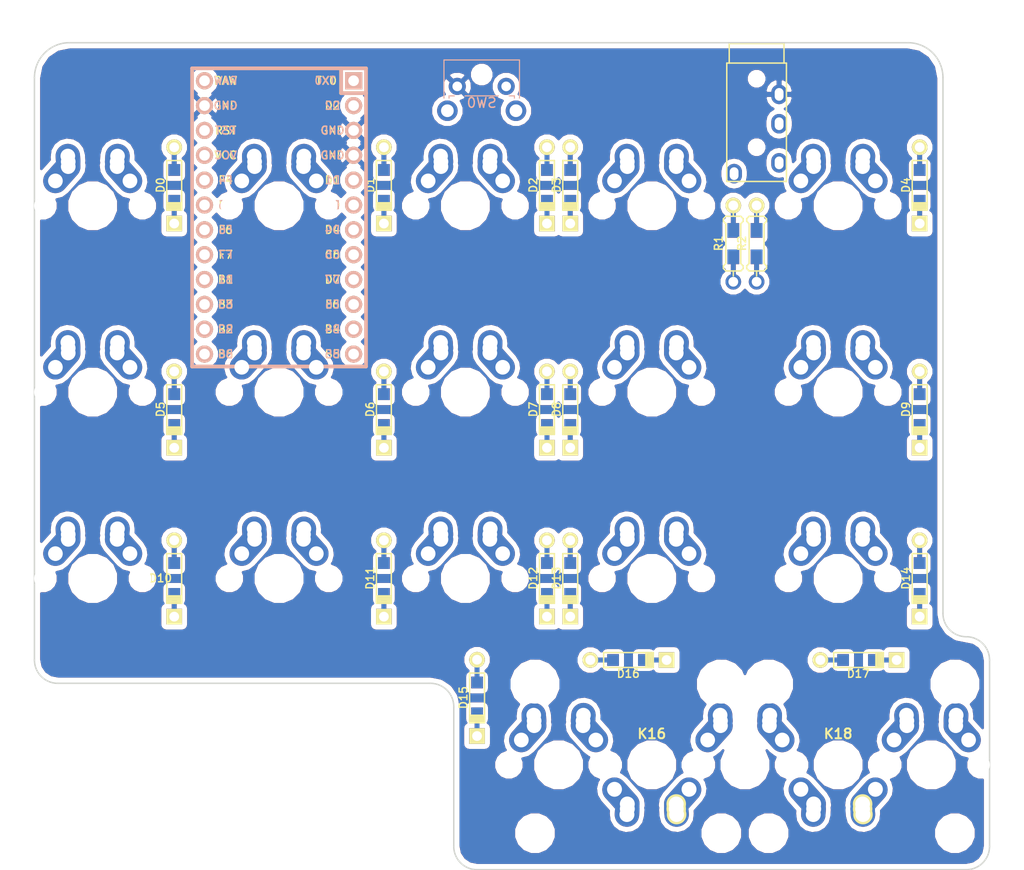
<source format=kicad_pcb>
(kicad_pcb (version 4) (host pcbnew 4.0.7)
  (layers (0 F.Cu signal) (31 B.Cu signal) (34 B.Paste user) (35 F.Paste user) (36 B.SilkS user) (37 F.SilkS user) (38 B.Mask user) (39 F.Mask user) (44 Edge.Cuts user))
  (net 0 "")
  (net 1 "Net-(D0-Pad2)")
  (net 2 "Net-(D1-Pad2)")
  (net 3 "Net-(D2-Pad2)")
  (net 4 "Net-(D3-Pad2)")
  (net 5 "Net-(D4-Pad2)")
  (net 6 "Net-(D5-Pad2)")
  (net 7 "Net-(D6-Pad2)")
  (net 8 "Net-(D7-Pad2)")
  (net 9 "Net-(D8-Pad2)")
  (net 10 "Net-(D9-Pad2)")
  (net 11 "Net-(D10-Pad2)")
  (net 12 "Net-(D11-Pad2)")
  (net 13 "Net-(D12-Pad2)")
  (net 14 "Net-(D13-Pad2)")
  (net 15 "Net-(D14-Pad2)")
  (net 16 "Net-(D15-Pad2)")
  (net 17 "Net-(D16-Pad2)")
  (net 18 "Net-(D17-Pad2)")
  (net 19 VCC)
  (net 20 GND)
  (net 21 "Net-(K18-Pad2)")
  (net 22 /r0)
  (net 23 /r1)
  (net 24 /r2)
  (net 25 /r3)
  (net 26 /d0)
  (net 27 /d1)
  (net 28 /c0)
  (net 29 /c1)
  (net 30 /c2)
  (net 31 /c3)
  (net 32 /c4)
  (net 33 "Net-(SW0-Pad1)")
  (net 34 /tx)
  (net 35 "Net-(U0-Pad2)")
  (net 36 "Net-(U0-Pad7)")
  (net 37 "Net-(U0-Pad13)")
  (net 38 "Net-(U0-Pad14)")
  (net 39 "Net-(U0-Pad15)")
  (net 40 "Net-(U0-Pad16)")
  (net 41 "Net-(U0-Pad24)")
  (module Keebio-Parts:Hybrid_PCB_100H_Dual_hole (layer F.Cu) (at 107.15625 126.20625)
    (fp_text reference K10 hide)
    (fp_text value KEYSW hide)
    (pad 2 smd oval (at 2.52 -4.79 356.055) (size 2.5 3.081378) (layers F.Cu F.Paste F.Mask) (net 11 "Net-(D10-Pad2)"))
    (pad 2 thru_hole circle (at 2.5 -4.5 330.95) (size 2 2) (drill 1.5) (layers *.Cu *.Mask) (net 11 "Net-(D10-Pad2)"))
    (pad 2 thru_hole circle (at 2.54 -5.08 330.95) (size 2 2) (drill 1.5) (layers *.Cu *.Mask) (net 11 "Net-(D10-Pad2)"))
    (pad 1 thru_hole circle (at -2.5 -4 330.95) (size 2 2) (drill 1.5) (layers *.Cu *.Mask) (net 28 /c0))
    (pad HOLE np_thru_hole circle (at 0 0) (size 3.9878 3.9878) (drill 3.9878) (layers *.Cu))
    (pad HOLE np_thru_hole circle (at -5.08 0) (size 1.8 1.8) (drill 1.8) (layers *.Cu))
    (pad HOLE np_thru_hole circle (at 5.08 0) (size 1.8 1.8) (drill 1.8) (layers *.Cu))
    (pad 1 thru_hole circle (at -3.81 -2.54 330.95) (size 2 2) (drill 1.5) (layers *.Cu *.Mask) (net 28 /c0))
    (pad 2 smd oval (at 3.155 -3.27 221.9) (size 2.5 4.461556) (layers B.Cu B.Paste B.Mask) (net 11 "Net-(D10-Pad2)"))
    (pad 1 smd oval (at -3.155 -3.27 138.1) (size 2.5 4.461556) (layers B.Cu B.Paste B.Mask) (net 28 /c0))
    (pad 2 thru_hole circle (at 2.5 -4) (size 2 2) (drill 1.5) (layers *.Cu *.Mask) (net 11 "Net-(D10-Pad2)"))
    (pad 2 thru_hole circle (at 3.81 -2.54 330.95) (size 2 2) (drill 1.5) (layers *.Cu *.Mask) (net 11 "Net-(D10-Pad2)"))
    (pad 1 smd oval (at -2.52 -4.79 3.945) (size 2.5 3.081378) (layers B.Cu B.Paste B.Mask) (net 28 /c0))
    (pad 1 thru_hole circle (at -2.5 -4.5 330.95) (size 2 2) (drill 1.5) (layers *.Cu *.Mask) (net 28 /c0))
    (pad 1 thru_hole circle (at -2.54 -5.08 330.95) (size 2 2) (drill 1.5) (layers *.Cu *.Mask) (net 28 /c0))
    (pad 1 smd oval (at -3.155 -3.27 138.1) (size 2.5 4.461556) (layers F.Cu F.Paste F.Mask) (net 28 /c0))
    (pad 1 smd oval (at -2.52 -4.79 3.945) (size 2.5 3.081378) (layers F.Cu F.Paste F.Mask) (net 28 /c0))
    (pad 2 smd oval (at 3.155 -3.27 221.9) (size 2.5 4.461556) (layers F.Cu F.Paste F.Mask) (net 11 "Net-(D10-Pad2)"))
    (pad 2 smd oval (at 2.52 -4.79 356.055) (size 2.5 3.081378) (layers B.Cu B.Paste B.Mask) (net 11 "Net-(D10-Pad2)"))
  )
  (module Keebio-Parts:Hybrid_PCB_100H_Dual_hole (layer F.Cu) (at 107.15625 88.10625)
    (fp_text reference K0 hide)
    (fp_text value KEYSW hide)
    (pad 2 smd oval (at 2.52 -4.79 356.055) (size 2.5 3.081378) (layers F.Cu F.Paste F.Mask) (net 1 "Net-(D0-Pad2)"))
    (pad 2 thru_hole circle (at 2.5 -4.5 330.95) (size 2 2) (drill 1.5) (layers *.Cu *.Mask) (net 1 "Net-(D0-Pad2)"))
    (pad 2 thru_hole circle (at 2.54 -5.08 330.95) (size 2 2) (drill 1.5) (layers *.Cu *.Mask) (net 1 "Net-(D0-Pad2)"))
    (pad 1 thru_hole circle (at -2.5 -4 330.95) (size 2 2) (drill 1.5) (layers *.Cu *.Mask) (net 28 /c0))
    (pad HOLE np_thru_hole circle (at 0 0) (size 3.9878 3.9878) (drill 3.9878) (layers *.Cu))
    (pad HOLE np_thru_hole circle (at -5.08 0) (size 1.8 1.8) (drill 1.8) (layers *.Cu))
    (pad HOLE np_thru_hole circle (at 5.08 0) (size 1.8 1.8) (drill 1.8) (layers *.Cu))
    (pad 1 thru_hole circle (at -3.81 -2.54 330.95) (size 2 2) (drill 1.5) (layers *.Cu *.Mask) (net 28 /c0))
    (pad 2 smd oval (at 3.155 -3.27 221.9) (size 2.5 4.461556) (layers B.Cu B.Paste B.Mask) (net 1 "Net-(D0-Pad2)"))
    (pad 1 smd oval (at -3.155 -3.27 138.1) (size 2.5 4.461556) (layers B.Cu B.Paste B.Mask) (net 28 /c0))
    (pad 2 thru_hole circle (at 2.5 -4) (size 2 2) (drill 1.5) (layers *.Cu *.Mask) (net 1 "Net-(D0-Pad2)"))
    (pad 2 thru_hole circle (at 3.81 -2.54 330.95) (size 2 2) (drill 1.5) (layers *.Cu *.Mask) (net 1 "Net-(D0-Pad2)"))
    (pad 1 smd oval (at -2.52 -4.79 3.945) (size 2.5 3.081378) (layers B.Cu B.Paste B.Mask) (net 28 /c0))
    (pad 1 thru_hole circle (at -2.5 -4.5 330.95) (size 2 2) (drill 1.5) (layers *.Cu *.Mask) (net 28 /c0))
    (pad 1 thru_hole circle (at -2.54 -5.08 330.95) (size 2 2) (drill 1.5) (layers *.Cu *.Mask) (net 28 /c0))
    (pad 1 smd oval (at -3.155 -3.27 138.1) (size 2.5 4.461556) (layers F.Cu F.Paste F.Mask) (net 28 /c0))
    (pad 1 smd oval (at -2.52 -4.79 3.945) (size 2.5 3.081378) (layers F.Cu F.Paste F.Mask) (net 28 /c0))
    (pad 2 smd oval (at 3.155 -3.27 221.9) (size 2.5 4.461556) (layers F.Cu F.Paste F.Mask) (net 1 "Net-(D0-Pad2)"))
    (pad 2 smd oval (at 2.52 -4.79 356.055) (size 2.5 3.081378) (layers B.Cu B.Paste B.Mask) (net 1 "Net-(D0-Pad2)"))
  )
  (module Keebio-Parts:Diode-dual (layer F.Cu) (at 115.491118 86.023023 270)
    (fp_text reference D0 (at -0.0254 1.4 270) (layer F.SilkS) (effects (font (size 0.8 0.8))))
    (fp_text value D hide)
    (pad 2 smd rect (at -2.7 0 270) (size 2.5 0.5) (layers B.Cu) (net 1 "Net-(D0-Pad2)"))
    (pad 2 smd rect (at -1.575 0 270) (size 1.2 1.2) (layers B.Cu B.Paste B.Mask) (net 1 "Net-(D0-Pad2)"))
    (pad 1 smd rect (at 1.575 0 270) (size 1.2 1.2) (layers B.Cu B.Paste B.Mask) (net 22 /r0))
    (pad 1 smd rect (at 2.7 0 270) (size 2.5 0.5) (layers B.Cu) (net 22 /r0))
    (pad 1 smd rect (at 1.575 0 270) (size 1.2 1.2) (layers F.Cu F.Paste F.Mask) (net 22 /r0))
    (pad 2 smd rect (at -1.575 0 270) (size 1.2 1.2) (layers F.Cu F.Paste F.Mask) (net 1 "Net-(D0-Pad2)"))
    (pad 2 thru_hole circle (at -3.9 0 270) (size 1.6 1.6) (drill 1) (layers *.Cu *.Mask F.SilkS) (net 1 "Net-(D0-Pad2)"))
    (pad 1 thru_hole rect (at 3.9 0 270) (size 1.6 1.6) (drill 1) (layers *.Cu *.Mask F.SilkS) (net 22 /r0))
    (pad 2 smd rect (at -2.7 0 270) (size 2.5 0.5) (layers F.Cu) (net 1 "Net-(D0-Pad2)"))
    (pad 1 smd rect (at 2.7 0 270) (size 2.5 0.5) (layers F.Cu) (net 22 /r0))
  )
  (module Keebio-Parts:Diode-dual (layer F.Cu) (at 136.922459 86.023023 270)
    (fp_text reference D1 (at -0.0254 1.4 270) (layer F.SilkS) (effects (font (size 0.8 0.8))))
    (fp_text value D hide)
    (pad 2 smd rect (at -2.7 0 270) (size 2.5 0.5) (layers B.Cu) (net 2 "Net-(D1-Pad2)"))
    (pad 2 smd rect (at -1.575 0 270) (size 1.2 1.2) (layers B.Cu B.Paste B.Mask) (net 2 "Net-(D1-Pad2)"))
    (pad 1 smd rect (at 1.575 0 270) (size 1.2 1.2) (layers B.Cu B.Paste B.Mask) (net 22 /r0))
    (pad 1 smd rect (at 2.7 0 270) (size 2.5 0.5) (layers B.Cu) (net 22 /r0))
    (pad 1 smd rect (at 1.575 0 270) (size 1.2 1.2) (layers F.Cu F.Paste F.Mask) (net 22 /r0))
    (pad 2 smd rect (at -1.575 0 270) (size 1.2 1.2) (layers F.Cu F.Paste F.Mask) (net 2 "Net-(D1-Pad2)"))
    (pad 2 thru_hole circle (at -3.9 0 270) (size 1.6 1.6) (drill 1) (layers *.Cu *.Mask F.SilkS) (net 2 "Net-(D1-Pad2)"))
    (pad 1 thru_hole rect (at 3.9 0 270) (size 1.6 1.6) (drill 1) (layers *.Cu *.Mask F.SilkS) (net 22 /r0))
    (pad 2 smd rect (at -2.7 0 270) (size 2.5 0.5) (layers F.Cu) (net 2 "Net-(D1-Pad2)"))
    (pad 1 smd rect (at 2.7 0 270) (size 2.5 0.5) (layers F.Cu) (net 22 /r0))
  )
  (module Keebio-Parts:Diode-dual (layer F.Cu) (at 153.59128 86.023023 270)
    (fp_text reference D2 (at -0.0254 1.4 270) (layer F.SilkS) (effects (font (size 0.8 0.8))))
    (fp_text value D hide)
    (pad 2 smd rect (at -2.7 0 270) (size 2.5 0.5) (layers B.Cu) (net 3 "Net-(D2-Pad2)"))
    (pad 2 smd rect (at -1.575 0 270) (size 1.2 1.2) (layers B.Cu B.Paste B.Mask) (net 3 "Net-(D2-Pad2)"))
    (pad 1 smd rect (at 1.575 0 270) (size 1.2 1.2) (layers B.Cu B.Paste B.Mask) (net 22 /r0))
    (pad 1 smd rect (at 2.7 0 270) (size 2.5 0.5) (layers B.Cu) (net 22 /r0))
    (pad 1 smd rect (at 1.575 0 270) (size 1.2 1.2) (layers F.Cu F.Paste F.Mask) (net 22 /r0))
    (pad 2 smd rect (at -1.575 0 270) (size 1.2 1.2) (layers F.Cu F.Paste F.Mask) (net 3 "Net-(D2-Pad2)"))
    (pad 2 thru_hole circle (at -3.9 0 270) (size 1.6 1.6) (drill 1) (layers *.Cu *.Mask F.SilkS) (net 3 "Net-(D2-Pad2)"))
    (pad 1 thru_hole rect (at 3.9 0 270) (size 1.6 1.6) (drill 1) (layers *.Cu *.Mask F.SilkS) (net 22 /r0))
    (pad 2 smd rect (at -2.7 0 270) (size 2.5 0.5) (layers F.Cu) (net 3 "Net-(D2-Pad2)"))
    (pad 1 smd rect (at 2.7 0 270) (size 2.5 0.5) (layers F.Cu) (net 22 /r0))
  )
  (module Keebio-Parts:Diode-dual (layer F.Cu) (at 155.97254 86.023023 270)
    (fp_text reference D3 (at -0.0254 1.4 270) (layer F.SilkS) (effects (font (size 0.8 0.8))))
    (fp_text value D hide)
    (pad 2 smd rect (at -2.7 0 270) (size 2.5 0.5) (layers B.Cu) (net 4 "Net-(D3-Pad2)"))
    (pad 2 smd rect (at -1.575 0 270) (size 1.2 1.2) (layers B.Cu B.Paste B.Mask) (net 4 "Net-(D3-Pad2)"))
    (pad 1 smd rect (at 1.575 0 270) (size 1.2 1.2) (layers B.Cu B.Paste B.Mask) (net 22 /r0))
    (pad 1 smd rect (at 2.7 0 270) (size 2.5 0.5) (layers B.Cu) (net 22 /r0))
    (pad 1 smd rect (at 1.575 0 270) (size 1.2 1.2) (layers F.Cu F.Paste F.Mask) (net 22 /r0))
    (pad 2 smd rect (at -1.575 0 270) (size 1.2 1.2) (layers F.Cu F.Paste F.Mask) (net 4 "Net-(D3-Pad2)"))
    (pad 2 thru_hole circle (at -3.9 0 270) (size 1.6 1.6) (drill 1) (layers *.Cu *.Mask F.SilkS) (net 4 "Net-(D3-Pad2)"))
    (pad 1 thru_hole rect (at 3.9 0 270) (size 1.6 1.6) (drill 1) (layers *.Cu *.Mask F.SilkS) (net 22 /r0))
    (pad 2 smd rect (at -2.7 0 270) (size 2.5 0.5) (layers F.Cu) (net 4 "Net-(D3-Pad2)"))
    (pad 1 smd rect (at 2.7 0 270) (size 2.5 0.5) (layers F.Cu) (net 22 /r0))
  )
  (module Keebio-Parts:Diode-dual (layer F.Cu) (at 191.691443 86.023023 270)
    (fp_text reference D4 (at -0.0254 1.4 270) (layer F.SilkS) (effects (font (size 0.8 0.8))))
    (fp_text value D hide)
    (pad 2 smd rect (at -2.7 0 270) (size 2.5 0.5) (layers B.Cu) (net 5 "Net-(D4-Pad2)"))
    (pad 2 smd rect (at -1.575 0 270) (size 1.2 1.2) (layers B.Cu B.Paste B.Mask) (net 5 "Net-(D4-Pad2)"))
    (pad 1 smd rect (at 1.575 0 270) (size 1.2 1.2) (layers B.Cu B.Paste B.Mask) (net 22 /r0))
    (pad 1 smd rect (at 2.7 0 270) (size 2.5 0.5) (layers B.Cu) (net 22 /r0))
    (pad 1 smd rect (at 1.575 0 270) (size 1.2 1.2) (layers F.Cu F.Paste F.Mask) (net 22 /r0))
    (pad 2 smd rect (at -1.575 0 270) (size 1.2 1.2) (layers F.Cu F.Paste F.Mask) (net 5 "Net-(D4-Pad2)"))
    (pad 2 thru_hole circle (at -3.9 0 270) (size 1.6 1.6) (drill 1) (layers *.Cu *.Mask F.SilkS) (net 5 "Net-(D4-Pad2)"))
    (pad 1 thru_hole rect (at 3.9 0 270) (size 1.6 1.6) (drill 1) (layers *.Cu *.Mask F.SilkS) (net 22 /r0))
    (pad 2 smd rect (at -2.7 0 270) (size 2.5 0.5) (layers F.Cu) (net 5 "Net-(D4-Pad2)"))
    (pad 1 smd rect (at 2.7 0 270) (size 2.5 0.5) (layers F.Cu) (net 22 /r0))
  )
  (module Keebio-Parts:Diode-dual (layer F.Cu) (at 115.491118 108.942652 270)
    (fp_text reference D5 (at -0.0254 1.4 270) (layer F.SilkS) (effects (font (size 0.8 0.8))))
    (fp_text value D hide)
    (pad 2 smd rect (at -2.7 0 270) (size 2.5 0.5) (layers B.Cu) (net 6 "Net-(D5-Pad2)"))
    (pad 2 smd rect (at -1.575 0 270) (size 1.2 1.2) (layers B.Cu B.Paste B.Mask) (net 6 "Net-(D5-Pad2)"))
    (pad 1 smd rect (at 1.575 0 270) (size 1.2 1.2) (layers B.Cu B.Paste B.Mask) (net 23 /r1))
    (pad 1 smd rect (at 2.7 0 270) (size 2.5 0.5) (layers B.Cu) (net 23 /r1))
    (pad 1 smd rect (at 1.575 0 270) (size 1.2 1.2) (layers F.Cu F.Paste F.Mask) (net 23 /r1))
    (pad 2 smd rect (at -1.575 0 270) (size 1.2 1.2) (layers F.Cu F.Paste F.Mask) (net 6 "Net-(D5-Pad2)"))
    (pad 2 thru_hole circle (at -3.9 0 270) (size 1.6 1.6) (drill 1) (layers *.Cu *.Mask F.SilkS) (net 6 "Net-(D5-Pad2)"))
    (pad 1 thru_hole rect (at 3.9 0 270) (size 1.6 1.6) (drill 1) (layers *.Cu *.Mask F.SilkS) (net 23 /r1))
    (pad 2 smd rect (at -2.7 0 270) (size 2.5 0.5) (layers F.Cu) (net 6 "Net-(D5-Pad2)"))
    (pad 1 smd rect (at 2.7 0 270) (size 2.5 0.5) (layers F.Cu) (net 23 /r1))
  )
  (module Keebio-Parts:Diode-dual (layer F.Cu) (at 136.922459 108.942652 270)
    (fp_text reference D6 (at -0.0254 1.4 270) (layer F.SilkS) (effects (font (size 0.8 0.8))))
    (fp_text value D hide)
    (pad 2 smd rect (at -2.7 0 270) (size 2.5 0.5) (layers B.Cu) (net 7 "Net-(D6-Pad2)"))
    (pad 2 smd rect (at -1.575 0 270) (size 1.2 1.2) (layers B.Cu B.Paste B.Mask) (net 7 "Net-(D6-Pad2)"))
    (pad 1 smd rect (at 1.575 0 270) (size 1.2 1.2) (layers B.Cu B.Paste B.Mask) (net 23 /r1))
    (pad 1 smd rect (at 2.7 0 270) (size 2.5 0.5) (layers B.Cu) (net 23 /r1))
    (pad 1 smd rect (at 1.575 0 270) (size 1.2 1.2) (layers F.Cu F.Paste F.Mask) (net 23 /r1))
    (pad 2 smd rect (at -1.575 0 270) (size 1.2 1.2) (layers F.Cu F.Paste F.Mask) (net 7 "Net-(D6-Pad2)"))
    (pad 2 thru_hole circle (at -3.9 0 270) (size 1.6 1.6) (drill 1) (layers *.Cu *.Mask F.SilkS) (net 7 "Net-(D6-Pad2)"))
    (pad 1 thru_hole rect (at 3.9 0 270) (size 1.6 1.6) (drill 1) (layers *.Cu *.Mask F.SilkS) (net 23 /r1))
    (pad 2 smd rect (at -2.7 0 270) (size 2.5 0.5) (layers F.Cu) (net 7 "Net-(D6-Pad2)"))
    (pad 1 smd rect (at 2.7 0 270) (size 2.5 0.5) (layers F.Cu) (net 23 /r1))
  )
  (module Keebio-Parts:Diode-dual (layer F.Cu) (at 153.59128 108.942652 270)
    (fp_text reference D7 (at -0.0254 1.4 270) (layer F.SilkS) (effects (font (size 0.8 0.8))))
    (fp_text value D hide)
    (pad 2 smd rect (at -2.7 0 270) (size 2.5 0.5) (layers B.Cu) (net 8 "Net-(D7-Pad2)"))
    (pad 2 smd rect (at -1.575 0 270) (size 1.2 1.2) (layers B.Cu B.Paste B.Mask) (net 8 "Net-(D7-Pad2)"))
    (pad 1 smd rect (at 1.575 0 270) (size 1.2 1.2) (layers B.Cu B.Paste B.Mask) (net 23 /r1))
    (pad 1 smd rect (at 2.7 0 270) (size 2.5 0.5) (layers B.Cu) (net 23 /r1))
    (pad 1 smd rect (at 1.575 0 270) (size 1.2 1.2) (layers F.Cu F.Paste F.Mask) (net 23 /r1))
    (pad 2 smd rect (at -1.575 0 270) (size 1.2 1.2) (layers F.Cu F.Paste F.Mask) (net 8 "Net-(D7-Pad2)"))
    (pad 2 thru_hole circle (at -3.9 0 270) (size 1.6 1.6) (drill 1) (layers *.Cu *.Mask F.SilkS) (net 8 "Net-(D7-Pad2)"))
    (pad 1 thru_hole rect (at 3.9 0 270) (size 1.6 1.6) (drill 1) (layers *.Cu *.Mask F.SilkS) (net 23 /r1))
    (pad 2 smd rect (at -2.7 0 270) (size 2.5 0.5) (layers F.Cu) (net 8 "Net-(D7-Pad2)"))
    (pad 1 smd rect (at 2.7 0 270) (size 2.5 0.5) (layers F.Cu) (net 23 /r1))
  )
  (module Keebio-Parts:Diode-dual (layer F.Cu) (at 155.97254 108.942652 270)
    (fp_text reference D8 (at -0.0254 1.4 270) (layer F.SilkS) (effects (font (size 0.8 0.8))))
    (fp_text value D hide)
    (pad 2 smd rect (at -2.7 0 270) (size 2.5 0.5) (layers B.Cu) (net 9 "Net-(D8-Pad2)"))
    (pad 2 smd rect (at -1.575 0 270) (size 1.2 1.2) (layers B.Cu B.Paste B.Mask) (net 9 "Net-(D8-Pad2)"))
    (pad 1 smd rect (at 1.575 0 270) (size 1.2 1.2) (layers B.Cu B.Paste B.Mask) (net 23 /r1))
    (pad 1 smd rect (at 2.7 0 270) (size 2.5 0.5) (layers B.Cu) (net 23 /r1))
    (pad 1 smd rect (at 1.575 0 270) (size 1.2 1.2) (layers F.Cu F.Paste F.Mask) (net 23 /r1))
    (pad 2 smd rect (at -1.575 0 270) (size 1.2 1.2) (layers F.Cu F.Paste F.Mask) (net 9 "Net-(D8-Pad2)"))
    (pad 2 thru_hole circle (at -3.9 0 270) (size 1.6 1.6) (drill 1) (layers *.Cu *.Mask F.SilkS) (net 9 "Net-(D8-Pad2)"))
    (pad 1 thru_hole rect (at 3.9 0 270) (size 1.6 1.6) (drill 1) (layers *.Cu *.Mask F.SilkS) (net 23 /r1))
    (pad 2 smd rect (at -2.7 0 270) (size 2.5 0.5) (layers F.Cu) (net 9 "Net-(D8-Pad2)"))
    (pad 1 smd rect (at 2.7 0 270) (size 2.5 0.5) (layers F.Cu) (net 23 /r1))
  )
  (module Keebio-Parts:Diode-dual (layer F.Cu) (at 191.691443 108.942652 270)
    (fp_text reference D9 (at -0.0254 1.4 270) (layer F.SilkS) (effects (font (size 0.8 0.8))))
    (fp_text value D hide)
    (pad 2 smd rect (at -2.7 0 270) (size 2.5 0.5) (layers B.Cu) (net 10 "Net-(D9-Pad2)"))
    (pad 2 smd rect (at -1.575 0 270) (size 1.2 1.2) (layers B.Cu B.Paste B.Mask) (net 10 "Net-(D9-Pad2)"))
    (pad 1 smd rect (at 1.575 0 270) (size 1.2 1.2) (layers B.Cu B.Paste B.Mask) (net 23 /r1))
    (pad 1 smd rect (at 2.7 0 270) (size 2.5 0.5) (layers B.Cu) (net 23 /r1))
    (pad 1 smd rect (at 1.575 0 270) (size 1.2 1.2) (layers F.Cu F.Paste F.Mask) (net 23 /r1))
    (pad 2 smd rect (at -1.575 0 270) (size 1.2 1.2) (layers F.Cu F.Paste F.Mask) (net 10 "Net-(D9-Pad2)"))
    (pad 2 thru_hole circle (at -3.9 0 270) (size 1.6 1.6) (drill 1) (layers *.Cu *.Mask F.SilkS) (net 10 "Net-(D9-Pad2)"))
    (pad 1 thru_hole rect (at 3.9 0 270) (size 1.6 1.6) (drill 1) (layers *.Cu *.Mask F.SilkS) (net 23 /r1))
    (pad 2 smd rect (at -2.7 0 270) (size 2.5 0.5) (layers F.Cu) (net 10 "Net-(D9-Pad2)"))
    (pad 1 smd rect (at 2.7 0 270) (size 2.5 0.5) (layers F.Cu) (net 23 /r1))
  )
  (module Keebio-Parts:Diode-dual (layer F.Cu) (at 115.490625 126.20625 270)
    (fp_text reference D10 (at -0.0254 1.4 360) (layer F.SilkS) (effects (font (size 0.8 0.8))))
    (fp_text value D hide)
    (pad 2 smd rect (at -2.7 0 270) (size 2.5 0.5) (layers B.Cu) (net 11 "Net-(D10-Pad2)"))
    (pad 2 smd rect (at -1.575 0 270) (size 1.2 1.2) (layers B.Cu B.Paste B.Mask) (net 11 "Net-(D10-Pad2)"))
    (pad 1 smd rect (at 1.575 0 270) (size 1.2 1.2) (layers B.Cu B.Paste B.Mask) (net 24 /r2))
    (pad 1 smd rect (at 2.7 0 270) (size 2.5 0.5) (layers B.Cu) (net 24 /r2))
    (pad 1 smd rect (at 1.575 0 270) (size 1.2 1.2) (layers F.Cu F.Paste F.Mask) (net 24 /r2))
    (pad 2 smd rect (at -1.575 0 270) (size 1.2 1.2) (layers F.Cu F.Paste F.Mask) (net 11 "Net-(D10-Pad2)"))
    (pad 2 thru_hole circle (at -3.9 0 270) (size 1.6 1.6) (drill 1) (layers *.Cu *.Mask F.SilkS) (net 11 "Net-(D10-Pad2)"))
    (pad 1 thru_hole rect (at 3.9 0 270) (size 1.6 1.6) (drill 1) (layers *.Cu *.Mask F.SilkS) (net 24 /r2))
    (pad 2 smd rect (at -2.7 0 270) (size 2.5 0.5) (layers F.Cu) (net 11 "Net-(D10-Pad2)"))
    (pad 1 smd rect (at 2.7 0 270) (size 2.5 0.5) (layers F.Cu) (net 24 /r2))
  )
  (module Keebio-Parts:Diode-dual (layer F.Cu) (at 136.921875 126.20625 270)
    (fp_text reference D11 (at -0.0254 1.4 270) (layer F.SilkS) (effects (font (size 0.8 0.8))))
    (fp_text value D hide)
    (pad 2 smd rect (at -2.7 0 270) (size 2.5 0.5) (layers B.Cu) (net 12 "Net-(D11-Pad2)"))
    (pad 2 smd rect (at -1.575 0 270) (size 1.2 1.2) (layers B.Cu B.Paste B.Mask) (net 12 "Net-(D11-Pad2)"))
    (pad 1 smd rect (at 1.575 0 270) (size 1.2 1.2) (layers B.Cu B.Paste B.Mask) (net 24 /r2))
    (pad 1 smd rect (at 2.7 0 270) (size 2.5 0.5) (layers B.Cu) (net 24 /r2))
    (pad 1 smd rect (at 1.575 0 270) (size 1.2 1.2) (layers F.Cu F.Paste F.Mask) (net 24 /r2))
    (pad 2 smd rect (at -1.575 0 270) (size 1.2 1.2) (layers F.Cu F.Paste F.Mask) (net 12 "Net-(D11-Pad2)"))
    (pad 2 thru_hole circle (at -3.9 0 270) (size 1.6 1.6) (drill 1) (layers *.Cu *.Mask F.SilkS) (net 12 "Net-(D11-Pad2)"))
    (pad 1 thru_hole rect (at 3.9 0 270) (size 1.6 1.6) (drill 1) (layers *.Cu *.Mask F.SilkS) (net 24 /r2))
    (pad 2 smd rect (at -2.7 0 270) (size 2.5 0.5) (layers F.Cu) (net 12 "Net-(D11-Pad2)"))
    (pad 1 smd rect (at 2.7 0 270) (size 2.5 0.5) (layers F.Cu) (net 24 /r2))
  )
  (module Keebio-Parts:Diode-dual (layer F.Cu) (at 153.590625 126.20625 270)
    (fp_text reference D12 (at -0.0254 1.4 270) (layer F.SilkS) (effects (font (size 0.8 0.8))))
    (fp_text value D hide)
    (pad 2 smd rect (at -2.7 0 270) (size 2.5 0.5) (layers B.Cu) (net 13 "Net-(D12-Pad2)"))
    (pad 2 smd rect (at -1.575 0 270) (size 1.2 1.2) (layers B.Cu B.Paste B.Mask) (net 13 "Net-(D12-Pad2)"))
    (pad 1 smd rect (at 1.575 0 270) (size 1.2 1.2) (layers B.Cu B.Paste B.Mask) (net 24 /r2))
    (pad 1 smd rect (at 2.7 0 270) (size 2.5 0.5) (layers B.Cu) (net 24 /r2))
    (pad 1 smd rect (at 1.575 0 270) (size 1.2 1.2) (layers F.Cu F.Paste F.Mask) (net 24 /r2))
    (pad 2 smd rect (at -1.575 0 270) (size 1.2 1.2) (layers F.Cu F.Paste F.Mask) (net 13 "Net-(D12-Pad2)"))
    (pad 2 thru_hole circle (at -3.9 0 270) (size 1.6 1.6) (drill 1) (layers *.Cu *.Mask F.SilkS) (net 13 "Net-(D12-Pad2)"))
    (pad 1 thru_hole rect (at 3.9 0 270) (size 1.6 1.6) (drill 1) (layers *.Cu *.Mask F.SilkS) (net 24 /r2))
    (pad 2 smd rect (at -2.7 0 270) (size 2.5 0.5) (layers F.Cu) (net 13 "Net-(D12-Pad2)"))
    (pad 1 smd rect (at 2.7 0 270) (size 2.5 0.5) (layers F.Cu) (net 24 /r2))
  )
  (module Keebio-Parts:Diode-dual (layer F.Cu) (at 155.971875 126.20625 270)
    (fp_text reference D13 (at -0.0254 1.4 270) (layer F.SilkS) (effects (font (size 0.8 0.8))))
    (fp_text value D hide)
    (pad 2 smd rect (at -2.7 0 270) (size 2.5 0.5) (layers B.Cu) (net 14 "Net-(D13-Pad2)"))
    (pad 2 smd rect (at -1.575 0 270) (size 1.2 1.2) (layers B.Cu B.Paste B.Mask) (net 14 "Net-(D13-Pad2)"))
    (pad 1 smd rect (at 1.575 0 270) (size 1.2 1.2) (layers B.Cu B.Paste B.Mask) (net 24 /r2))
    (pad 1 smd rect (at 2.7 0 270) (size 2.5 0.5) (layers B.Cu) (net 24 /r2))
    (pad 1 smd rect (at 1.575 0 270) (size 1.2 1.2) (layers F.Cu F.Paste F.Mask) (net 24 /r2))
    (pad 2 smd rect (at -1.575 0 270) (size 1.2 1.2) (layers F.Cu F.Paste F.Mask) (net 14 "Net-(D13-Pad2)"))
    (pad 2 thru_hole circle (at -3.9 0 270) (size 1.6 1.6) (drill 1) (layers *.Cu *.Mask F.SilkS) (net 14 "Net-(D13-Pad2)"))
    (pad 1 thru_hole rect (at 3.9 0 270) (size 1.6 1.6) (drill 1) (layers *.Cu *.Mask F.SilkS) (net 24 /r2))
    (pad 2 smd rect (at -2.7 0 270) (size 2.5 0.5) (layers F.Cu) (net 14 "Net-(D13-Pad2)"))
    (pad 1 smd rect (at 2.7 0 270) (size 2.5 0.5) (layers F.Cu) (net 24 /r2))
  )
  (module Keebio-Parts:Diode-dual (layer F.Cu) (at 191.690625 126.20625 270)
    (fp_text reference D14 (at -0.0254 1.4 270) (layer F.SilkS) (effects (font (size 0.8 0.8))))
    (fp_text value D hide)
    (pad 2 smd rect (at -2.7 0 270) (size 2.5 0.5) (layers B.Cu) (net 15 "Net-(D14-Pad2)"))
    (pad 2 smd rect (at -1.575 0 270) (size 1.2 1.2) (layers B.Cu B.Paste B.Mask) (net 15 "Net-(D14-Pad2)"))
    (pad 1 smd rect (at 1.575 0 270) (size 1.2 1.2) (layers B.Cu B.Paste B.Mask) (net 24 /r2))
    (pad 1 smd rect (at 2.7 0 270) (size 2.5 0.5) (layers B.Cu) (net 24 /r2))
    (pad 1 smd rect (at 1.575 0 270) (size 1.2 1.2) (layers F.Cu F.Paste F.Mask) (net 24 /r2))
    (pad 2 smd rect (at -1.575 0 270) (size 1.2 1.2) (layers F.Cu F.Paste F.Mask) (net 15 "Net-(D14-Pad2)"))
    (pad 2 thru_hole circle (at -3.9 0 270) (size 1.6 1.6) (drill 1) (layers *.Cu *.Mask F.SilkS) (net 15 "Net-(D14-Pad2)"))
    (pad 1 thru_hole rect (at 3.9 0 270) (size 1.6 1.6) (drill 1) (layers *.Cu *.Mask F.SilkS) (net 24 /r2))
    (pad 2 smd rect (at -2.7 0 270) (size 2.5 0.5) (layers F.Cu) (net 15 "Net-(D14-Pad2)"))
    (pad 1 smd rect (at 2.7 0 270) (size 2.5 0.5) (layers F.Cu) (net 24 /r2))
  )
  (module Keebio-Parts:Diode-dual (layer F.Cu) (at 146.4475 138.410747 270)
    (fp_text reference D15 (at -0.0254 1.4 270) (layer F.SilkS) (effects (font (size 0.8 0.8))))
    (fp_text value D hide)
    (pad 2 smd rect (at -2.7 0 270) (size 2.5 0.5) (layers B.Cu) (net 16 "Net-(D15-Pad2)"))
    (pad 2 smd rect (at -1.575 0 270) (size 1.2 1.2) (layers B.Cu B.Paste B.Mask) (net 16 "Net-(D15-Pad2)"))
    (pad 1 smd rect (at 1.575 0 270) (size 1.2 1.2) (layers B.Cu B.Paste B.Mask) (net 25 /r3))
    (pad 1 smd rect (at 2.7 0 270) (size 2.5 0.5) (layers B.Cu) (net 25 /r3))
    (pad 1 smd rect (at 1.575 0 270) (size 1.2 1.2) (layers F.Cu F.Paste F.Mask) (net 25 /r3))
    (pad 2 smd rect (at -1.575 0 270) (size 1.2 1.2) (layers F.Cu F.Paste F.Mask) (net 16 "Net-(D15-Pad2)"))
    (pad 2 thru_hole circle (at -3.9 0 270) (size 1.6 1.6) (drill 1) (layers *.Cu *.Mask F.SilkS) (net 16 "Net-(D15-Pad2)"))
    (pad 1 thru_hole rect (at 3.9 0 270) (size 1.6 1.6) (drill 1) (layers *.Cu *.Mask F.SilkS) (net 25 /r3))
    (pad 2 smd rect (at -2.7 0 270) (size 2.5 0.5) (layers F.Cu) (net 16 "Net-(D15-Pad2)"))
    (pad 1 smd rect (at 2.7 0 270) (size 2.5 0.5) (layers F.Cu) (net 25 /r3))
  )
  (module Keebio-Parts:Diode-dual (layer F.Cu) (at 161.925691 134.541199)
    (fp_text reference D16 (at -0.0254 1.4) (layer F.SilkS) (effects (font (size 0.8 0.8))))
    (fp_text value D hide)
    (pad 2 smd rect (at -2.7 0) (size 2.5 0.5) (layers B.Cu) (net 17 "Net-(D16-Pad2)"))
    (pad 2 smd rect (at -1.575 0) (size 1.2 1.2) (layers B.Cu B.Paste B.Mask) (net 17 "Net-(D16-Pad2)"))
    (pad 1 smd rect (at 1.575 0) (size 1.2 1.2) (layers B.Cu B.Paste B.Mask) (net 25 /r3))
    (pad 1 smd rect (at 2.7 0) (size 2.5 0.5) (layers B.Cu) (net 25 /r3))
    (pad 1 smd rect (at 1.575 0) (size 1.2 1.2) (layers F.Cu F.Paste F.Mask) (net 25 /r3))
    (pad 2 smd rect (at -1.575 0) (size 1.2 1.2) (layers F.Cu F.Paste F.Mask) (net 17 "Net-(D16-Pad2)"))
    (pad 2 thru_hole circle (at -3.9 0) (size 1.6 1.6) (drill 1) (layers *.Cu *.Mask F.SilkS) (net 17 "Net-(D16-Pad2)"))
    (pad 1 thru_hole rect (at 3.9 0) (size 1.6 1.6) (drill 1) (layers *.Cu *.Mask F.SilkS) (net 25 /r3))
    (pad 2 smd rect (at -2.7 0) (size 2.5 0.5) (layers F.Cu) (net 17 "Net-(D16-Pad2)"))
    (pad 1 smd rect (at 2.7 0) (size 2.5 0.5) (layers F.Cu) (net 25 /r3))
  )
  (module Keebio-Parts:Diode-dual (layer F.Cu) (at 185.440635 134.541199)
    (fp_text reference D17 (at -0.0254 1.4) (layer F.SilkS) (effects (font (size 0.8 0.8))))
    (fp_text value D hide)
    (pad 2 smd rect (at -2.7 0) (size 2.5 0.5) (layers B.Cu) (net 18 "Net-(D17-Pad2)"))
    (pad 2 smd rect (at -1.575 0) (size 1.2 1.2) (layers B.Cu B.Paste B.Mask) (net 18 "Net-(D17-Pad2)"))
    (pad 1 smd rect (at 1.575 0) (size 1.2 1.2) (layers B.Cu B.Paste B.Mask) (net 25 /r3))
    (pad 1 smd rect (at 2.7 0) (size 2.5 0.5) (layers B.Cu) (net 25 /r3))
    (pad 1 smd rect (at 1.575 0) (size 1.2 1.2) (layers F.Cu F.Paste F.Mask) (net 25 /r3))
    (pad 2 smd rect (at -1.575 0) (size 1.2 1.2) (layers F.Cu F.Paste F.Mask) (net 18 "Net-(D17-Pad2)"))
    (pad 2 thru_hole circle (at -3.9 0) (size 1.6 1.6) (drill 1) (layers *.Cu *.Mask F.SilkS) (net 18 "Net-(D17-Pad2)"))
    (pad 1 thru_hole rect (at 3.9 0) (size 1.6 1.6) (drill 1) (layers *.Cu *.Mask F.SilkS) (net 25 /r3))
    (pad 2 smd rect (at -2.7 0) (size 2.5 0.5) (layers F.Cu) (net 18 "Net-(D17-Pad2)"))
    (pad 1 smd rect (at 2.7 0) (size 2.5 0.5) (layers F.Cu) (net 25 /r3))
  )
  (module Keebio-Parts:Hybrid_PCB_100H_Dual_hole (layer F.Cu) (at 126.20625 88.10625)
    (fp_text reference K1 hide)
    (fp_text value KEYSW hide)
    (pad 2 smd oval (at 2.52 -4.79 356.055) (size 2.5 3.081378) (layers F.Cu F.Paste F.Mask) (net 2 "Net-(D1-Pad2)"))
    (pad 2 thru_hole circle (at 2.5 -4.5 330.95) (size 2 2) (drill 1.5) (layers *.Cu *.Mask) (net 2 "Net-(D1-Pad2)"))
    (pad 2 thru_hole circle (at 2.54 -5.08 330.95) (size 2 2) (drill 1.5) (layers *.Cu *.Mask) (net 2 "Net-(D1-Pad2)"))
    (pad 1 thru_hole circle (at -2.5 -4 330.95) (size 2 2) (drill 1.5) (layers *.Cu *.Mask) (net 29 /c1))
    (pad HOLE np_thru_hole circle (at 0 0) (size 3.9878 3.9878) (drill 3.9878) (layers *.Cu))
    (pad HOLE np_thru_hole circle (at -5.08 0) (size 1.8 1.8) (drill 1.8) (layers *.Cu))
    (pad HOLE np_thru_hole circle (at 5.08 0) (size 1.8 1.8) (drill 1.8) (layers *.Cu))
    (pad 1 thru_hole circle (at -3.81 -2.54 330.95) (size 2 2) (drill 1.5) (layers *.Cu *.Mask) (net 29 /c1))
    (pad 2 smd oval (at 3.155 -3.27 221.9) (size 2.5 4.461556) (layers B.Cu B.Paste B.Mask) (net 2 "Net-(D1-Pad2)"))
    (pad 1 smd oval (at -3.155 -3.27 138.1) (size 2.5 4.461556) (layers B.Cu B.Paste B.Mask) (net 29 /c1))
    (pad 2 thru_hole circle (at 2.5 -4) (size 2 2) (drill 1.5) (layers *.Cu *.Mask) (net 2 "Net-(D1-Pad2)"))
    (pad 2 thru_hole circle (at 3.81 -2.54 330.95) (size 2 2) (drill 1.5) (layers *.Cu *.Mask) (net 2 "Net-(D1-Pad2)"))
    (pad 1 smd oval (at -2.52 -4.79 3.945) (size 2.5 3.081378) (layers B.Cu B.Paste B.Mask) (net 29 /c1))
    (pad 1 thru_hole circle (at -2.5 -4.5 330.95) (size 2 2) (drill 1.5) (layers *.Cu *.Mask) (net 29 /c1))
    (pad 1 thru_hole circle (at -2.54 -5.08 330.95) (size 2 2) (drill 1.5) (layers *.Cu *.Mask) (net 29 /c1))
    (pad 1 smd oval (at -3.155 -3.27 138.1) (size 2.5 4.461556) (layers F.Cu F.Paste F.Mask) (net 29 /c1))
    (pad 1 smd oval (at -2.52 -4.79 3.945) (size 2.5 3.081378) (layers F.Cu F.Paste F.Mask) (net 29 /c1))
    (pad 2 smd oval (at 3.155 -3.27 221.9) (size 2.5 4.461556) (layers F.Cu F.Paste F.Mask) (net 2 "Net-(D1-Pad2)"))
    (pad 2 smd oval (at 2.52 -4.79 356.055) (size 2.5 3.081378) (layers B.Cu B.Paste B.Mask) (net 2 "Net-(D1-Pad2)"))
  )
  (module Keebio-Parts:Hybrid_PCB_100H_Dual_hole (layer F.Cu) (at 145.25625 88.10625)
    (fp_text reference K2 hide)
    (fp_text value KEYSW hide)
    (pad 2 smd oval (at 2.52 -4.79 356.055) (size 2.5 3.081378) (layers F.Cu F.Paste F.Mask) (net 3 "Net-(D2-Pad2)"))
    (pad 2 thru_hole circle (at 2.5 -4.5 330.95) (size 2 2) (drill 1.5) (layers *.Cu *.Mask) (net 3 "Net-(D2-Pad2)"))
    (pad 2 thru_hole circle (at 2.54 -5.08 330.95) (size 2 2) (drill 1.5) (layers *.Cu *.Mask) (net 3 "Net-(D2-Pad2)"))
    (pad 1 thru_hole circle (at -2.5 -4 330.95) (size 2 2) (drill 1.5) (layers *.Cu *.Mask) (net 30 /c2))
    (pad HOLE np_thru_hole circle (at 0 0) (size 3.9878 3.9878) (drill 3.9878) (layers *.Cu))
    (pad HOLE np_thru_hole circle (at -5.08 0) (size 1.8 1.8) (drill 1.8) (layers *.Cu))
    (pad HOLE np_thru_hole circle (at 5.08 0) (size 1.8 1.8) (drill 1.8) (layers *.Cu))
    (pad 1 thru_hole circle (at -3.81 -2.54 330.95) (size 2 2) (drill 1.5) (layers *.Cu *.Mask) (net 30 /c2))
    (pad 2 smd oval (at 3.155 -3.27 221.9) (size 2.5 4.461556) (layers B.Cu B.Paste B.Mask) (net 3 "Net-(D2-Pad2)"))
    (pad 1 smd oval (at -3.155 -3.27 138.1) (size 2.5 4.461556) (layers B.Cu B.Paste B.Mask) (net 30 /c2))
    (pad 2 thru_hole circle (at 2.5 -4) (size 2 2) (drill 1.5) (layers *.Cu *.Mask) (net 3 "Net-(D2-Pad2)"))
    (pad 2 thru_hole circle (at 3.81 -2.54 330.95) (size 2 2) (drill 1.5) (layers *.Cu *.Mask) (net 3 "Net-(D2-Pad2)"))
    (pad 1 smd oval (at -2.52 -4.79 3.945) (size 2.5 3.081378) (layers B.Cu B.Paste B.Mask) (net 30 /c2))
    (pad 1 thru_hole circle (at -2.5 -4.5 330.95) (size 2 2) (drill 1.5) (layers *.Cu *.Mask) (net 30 /c2))
    (pad 1 thru_hole circle (at -2.54 -5.08 330.95) (size 2 2) (drill 1.5) (layers *.Cu *.Mask) (net 30 /c2))
    (pad 1 smd oval (at -3.155 -3.27 138.1) (size 2.5 4.461556) (layers F.Cu F.Paste F.Mask) (net 30 /c2))
    (pad 1 smd oval (at -2.52 -4.79 3.945) (size 2.5 3.081378) (layers F.Cu F.Paste F.Mask) (net 30 /c2))
    (pad 2 smd oval (at 3.155 -3.27 221.9) (size 2.5 4.461556) (layers F.Cu F.Paste F.Mask) (net 3 "Net-(D2-Pad2)"))
    (pad 2 smd oval (at 2.52 -4.79 356.055) (size 2.5 3.081378) (layers B.Cu B.Paste B.Mask) (net 3 "Net-(D2-Pad2)"))
  )
  (module Keebio-Parts:Hybrid_PCB_100H_Dual_hole (layer F.Cu) (at 164.30625 88.10625)
    (fp_text reference K3 hide)
    (fp_text value KEYSW hide)
    (pad 2 smd oval (at 2.52 -4.79 356.055) (size 2.5 3.081378) (layers F.Cu F.Paste F.Mask) (net 4 "Net-(D3-Pad2)"))
    (pad 2 thru_hole circle (at 2.5 -4.5 330.95) (size 2 2) (drill 1.5) (layers *.Cu *.Mask) (net 4 "Net-(D3-Pad2)"))
    (pad 2 thru_hole circle (at 2.54 -5.08 330.95) (size 2 2) (drill 1.5) (layers *.Cu *.Mask) (net 4 "Net-(D3-Pad2)"))
    (pad 1 thru_hole circle (at -2.5 -4 330.95) (size 2 2) (drill 1.5) (layers *.Cu *.Mask) (net 31 /c3))
    (pad HOLE np_thru_hole circle (at 0 0) (size 3.9878 3.9878) (drill 3.9878) (layers *.Cu))
    (pad HOLE np_thru_hole circle (at -5.08 0) (size 1.8 1.8) (drill 1.8) (layers *.Cu))
    (pad HOLE np_thru_hole circle (at 5.08 0) (size 1.8 1.8) (drill 1.8) (layers *.Cu))
    (pad 1 thru_hole circle (at -3.81 -2.54 330.95) (size 2 2) (drill 1.5) (layers *.Cu *.Mask) (net 31 /c3))
    (pad 2 smd oval (at 3.155 -3.27 221.9) (size 2.5 4.461556) (layers B.Cu B.Paste B.Mask) (net 4 "Net-(D3-Pad2)"))
    (pad 1 smd oval (at -3.155 -3.27 138.1) (size 2.5 4.461556) (layers B.Cu B.Paste B.Mask) (net 31 /c3))
    (pad 2 thru_hole circle (at 2.5 -4) (size 2 2) (drill 1.5) (layers *.Cu *.Mask) (net 4 "Net-(D3-Pad2)"))
    (pad 2 thru_hole circle (at 3.81 -2.54 330.95) (size 2 2) (drill 1.5) (layers *.Cu *.Mask) (net 4 "Net-(D3-Pad2)"))
    (pad 1 smd oval (at -2.52 -4.79 3.945) (size 2.5 3.081378) (layers B.Cu B.Paste B.Mask) (net 31 /c3))
    (pad 1 thru_hole circle (at -2.5 -4.5 330.95) (size 2 2) (drill 1.5) (layers *.Cu *.Mask) (net 31 /c3))
    (pad 1 thru_hole circle (at -2.54 -5.08 330.95) (size 2 2) (drill 1.5) (layers *.Cu *.Mask) (net 31 /c3))
    (pad 1 smd oval (at -3.155 -3.27 138.1) (size 2.5 4.461556) (layers F.Cu F.Paste F.Mask) (net 31 /c3))
    (pad 1 smd oval (at -2.52 -4.79 3.945) (size 2.5 3.081378) (layers F.Cu F.Paste F.Mask) (net 31 /c3))
    (pad 2 smd oval (at 3.155 -3.27 221.9) (size 2.5 4.461556) (layers F.Cu F.Paste F.Mask) (net 4 "Net-(D3-Pad2)"))
    (pad 2 smd oval (at 2.52 -4.79 356.055) (size 2.5 3.081378) (layers B.Cu B.Paste B.Mask) (net 4 "Net-(D3-Pad2)"))
  )
  (module Keebio-Parts:Hybrid_PCB_100H_Dual_hole (layer F.Cu) (at 183.35625 88.10625)
    (fp_text reference K4 hide)
    (fp_text value KEYSW hide)
    (pad 2 smd oval (at 2.52 -4.79 356.055) (size 2.5 3.081378) (layers F.Cu F.Paste F.Mask) (net 5 "Net-(D4-Pad2)"))
    (pad 2 thru_hole circle (at 2.5 -4.5 330.95) (size 2 2) (drill 1.5) (layers *.Cu *.Mask) (net 5 "Net-(D4-Pad2)"))
    (pad 2 thru_hole circle (at 2.54 -5.08 330.95) (size 2 2) (drill 1.5) (layers *.Cu *.Mask) (net 5 "Net-(D4-Pad2)"))
    (pad 1 thru_hole circle (at -2.5 -4 330.95) (size 2 2) (drill 1.5) (layers *.Cu *.Mask) (net 32 /c4))
    (pad HOLE np_thru_hole circle (at 0 0) (size 3.9878 3.9878) (drill 3.9878) (layers *.Cu))
    (pad HOLE np_thru_hole circle (at -5.08 0) (size 1.8 1.8) (drill 1.8) (layers *.Cu))
    (pad HOLE np_thru_hole circle (at 5.08 0) (size 1.8 1.8) (drill 1.8) (layers *.Cu))
    (pad 1 thru_hole circle (at -3.81 -2.54 330.95) (size 2 2) (drill 1.5) (layers *.Cu *.Mask) (net 32 /c4))
    (pad 2 smd oval (at 3.155 -3.27 221.9) (size 2.5 4.461556) (layers B.Cu B.Paste B.Mask) (net 5 "Net-(D4-Pad2)"))
    (pad 1 smd oval (at -3.155 -3.27 138.1) (size 2.5 4.461556) (layers B.Cu B.Paste B.Mask) (net 32 /c4))
    (pad 2 thru_hole circle (at 2.5 -4) (size 2 2) (drill 1.5) (layers *.Cu *.Mask) (net 5 "Net-(D4-Pad2)"))
    (pad 2 thru_hole circle (at 3.81 -2.54 330.95) (size 2 2) (drill 1.5) (layers *.Cu *.Mask) (net 5 "Net-(D4-Pad2)"))
    (pad 1 smd oval (at -2.52 -4.79 3.945) (size 2.5 3.081378) (layers B.Cu B.Paste B.Mask) (net 32 /c4))
    (pad 1 thru_hole circle (at -2.5 -4.5 330.95) (size 2 2) (drill 1.5) (layers *.Cu *.Mask) (net 32 /c4))
    (pad 1 thru_hole circle (at -2.54 -5.08 330.95) (size 2 2) (drill 1.5) (layers *.Cu *.Mask) (net 32 /c4))
    (pad 1 smd oval (at -3.155 -3.27 138.1) (size 2.5 4.461556) (layers F.Cu F.Paste F.Mask) (net 32 /c4))
    (pad 1 smd oval (at -2.52 -4.79 3.945) (size 2.5 3.081378) (layers F.Cu F.Paste F.Mask) (net 32 /c4))
    (pad 2 smd oval (at 3.155 -3.27 221.9) (size 2.5 4.461556) (layers F.Cu F.Paste F.Mask) (net 5 "Net-(D4-Pad2)"))
    (pad 2 smd oval (at 2.52 -4.79 356.055) (size 2.5 3.081378) (layers B.Cu B.Paste B.Mask) (net 5 "Net-(D4-Pad2)"))
  )
  (module Keebio-Parts:Hybrid_PCB_100H_Dual_hole (layer F.Cu) (at 107.15625 107.15625)
    (fp_text reference K5 hide)
    (fp_text value KEYSW hide)
    (pad 2 smd oval (at 2.52 -4.79 356.055) (size 2.5 3.081378) (layers F.Cu F.Paste F.Mask) (net 6 "Net-(D5-Pad2)"))
    (pad 2 thru_hole circle (at 2.5 -4.5 330.95) (size 2 2) (drill 1.5) (layers *.Cu *.Mask) (net 6 "Net-(D5-Pad2)"))
    (pad 2 thru_hole circle (at 2.54 -5.08 330.95) (size 2 2) (drill 1.5) (layers *.Cu *.Mask) (net 6 "Net-(D5-Pad2)"))
    (pad 1 thru_hole circle (at -2.5 -4 330.95) (size 2 2) (drill 1.5) (layers *.Cu *.Mask) (net 28 /c0))
    (pad HOLE np_thru_hole circle (at 0 0) (size 3.9878 3.9878) (drill 3.9878) (layers *.Cu))
    (pad HOLE np_thru_hole circle (at -5.08 0) (size 1.8 1.8) (drill 1.8) (layers *.Cu))
    (pad HOLE np_thru_hole circle (at 5.08 0) (size 1.8 1.8) (drill 1.8) (layers *.Cu))
    (pad 1 thru_hole circle (at -3.81 -2.54 330.95) (size 2 2) (drill 1.5) (layers *.Cu *.Mask) (net 28 /c0))
    (pad 2 smd oval (at 3.155 -3.27 221.9) (size 2.5 4.461556) (layers B.Cu B.Paste B.Mask) (net 6 "Net-(D5-Pad2)"))
    (pad 1 smd oval (at -3.155 -3.27 138.1) (size 2.5 4.461556) (layers B.Cu B.Paste B.Mask) (net 28 /c0))
    (pad 2 thru_hole circle (at 2.5 -4) (size 2 2) (drill 1.5) (layers *.Cu *.Mask) (net 6 "Net-(D5-Pad2)"))
    (pad 2 thru_hole circle (at 3.81 -2.54 330.95) (size 2 2) (drill 1.5) (layers *.Cu *.Mask) (net 6 "Net-(D5-Pad2)"))
    (pad 1 smd oval (at -2.52 -4.79 3.945) (size 2.5 3.081378) (layers B.Cu B.Paste B.Mask) (net 28 /c0))
    (pad 1 thru_hole circle (at -2.5 -4.5 330.95) (size 2 2) (drill 1.5) (layers *.Cu *.Mask) (net 28 /c0))
    (pad 1 thru_hole circle (at -2.54 -5.08 330.95) (size 2 2) (drill 1.5) (layers *.Cu *.Mask) (net 28 /c0))
    (pad 1 smd oval (at -3.155 -3.27 138.1) (size 2.5 4.461556) (layers F.Cu F.Paste F.Mask) (net 28 /c0))
    (pad 1 smd oval (at -2.52 -4.79 3.945) (size 2.5 3.081378) (layers F.Cu F.Paste F.Mask) (net 28 /c0))
    (pad 2 smd oval (at 3.155 -3.27 221.9) (size 2.5 4.461556) (layers F.Cu F.Paste F.Mask) (net 6 "Net-(D5-Pad2)"))
    (pad 2 smd oval (at 2.52 -4.79 356.055) (size 2.5 3.081378) (layers B.Cu B.Paste B.Mask) (net 6 "Net-(D5-Pad2)"))
  )
  (module Keebio-Parts:Hybrid_PCB_100H_Dual_hole (layer F.Cu) (at 126.20625 107.15625)
    (fp_text reference K6 hide)
    (fp_text value KEYSW hide)
    (pad 2 smd oval (at 2.52 -4.79 356.055) (size 2.5 3.081378) (layers F.Cu F.Paste F.Mask) (net 7 "Net-(D6-Pad2)"))
    (pad 2 thru_hole circle (at 2.5 -4.5 330.95) (size 2 2) (drill 1.5) (layers *.Cu *.Mask) (net 7 "Net-(D6-Pad2)"))
    (pad 2 thru_hole circle (at 2.54 -5.08 330.95) (size 2 2) (drill 1.5) (layers *.Cu *.Mask) (net 7 "Net-(D6-Pad2)"))
    (pad 1 thru_hole circle (at -2.5 -4 330.95) (size 2 2) (drill 1.5) (layers *.Cu *.Mask) (net 29 /c1))
    (pad HOLE np_thru_hole circle (at 0 0) (size 3.9878 3.9878) (drill 3.9878) (layers *.Cu))
    (pad HOLE np_thru_hole circle (at -5.08 0) (size 1.8 1.8) (drill 1.8) (layers *.Cu))
    (pad HOLE np_thru_hole circle (at 5.08 0) (size 1.8 1.8) (drill 1.8) (layers *.Cu))
    (pad 1 thru_hole circle (at -3.81 -2.54 330.95) (size 2 2) (drill 1.5) (layers *.Cu *.Mask) (net 29 /c1))
    (pad 2 smd oval (at 3.155 -3.27 221.9) (size 2.5 4.461556) (layers B.Cu B.Paste B.Mask) (net 7 "Net-(D6-Pad2)"))
    (pad 1 smd oval (at -3.155 -3.27 138.1) (size 2.5 4.461556) (layers B.Cu B.Paste B.Mask) (net 29 /c1))
    (pad 2 thru_hole circle (at 2.5 -4) (size 2 2) (drill 1.5) (layers *.Cu *.Mask) (net 7 "Net-(D6-Pad2)"))
    (pad 2 thru_hole circle (at 3.81 -2.54 330.95) (size 2 2) (drill 1.5) (layers *.Cu *.Mask) (net 7 "Net-(D6-Pad2)"))
    (pad 1 smd oval (at -2.52 -4.79 3.945) (size 2.5 3.081378) (layers B.Cu B.Paste B.Mask) (net 29 /c1))
    (pad 1 thru_hole circle (at -2.5 -4.5 330.95) (size 2 2) (drill 1.5) (layers *.Cu *.Mask) (net 29 /c1))
    (pad 1 thru_hole circle (at -2.54 -5.08 330.95) (size 2 2) (drill 1.5) (layers *.Cu *.Mask) (net 29 /c1))
    (pad 1 smd oval (at -3.155 -3.27 138.1) (size 2.5 4.461556) (layers F.Cu F.Paste F.Mask) (net 29 /c1))
    (pad 1 smd oval (at -2.52 -4.79 3.945) (size 2.5 3.081378) (layers F.Cu F.Paste F.Mask) (net 29 /c1))
    (pad 2 smd oval (at 3.155 -3.27 221.9) (size 2.5 4.461556) (layers F.Cu F.Paste F.Mask) (net 7 "Net-(D6-Pad2)"))
    (pad 2 smd oval (at 2.52 -4.79 356.055) (size 2.5 3.081378) (layers B.Cu B.Paste B.Mask) (net 7 "Net-(D6-Pad2)"))
  )
  (module Keebio-Parts:Hybrid_PCB_100H_Dual_hole (layer F.Cu) (at 145.25625 107.15625)
    (fp_text reference K7 hide)
    (fp_text value KEYSW hide)
    (pad 2 smd oval (at 2.52 -4.79 356.055) (size 2.5 3.081378) (layers F.Cu F.Paste F.Mask) (net 8 "Net-(D7-Pad2)"))
    (pad 2 thru_hole circle (at 2.5 -4.5 330.95) (size 2 2) (drill 1.5) (layers *.Cu *.Mask) (net 8 "Net-(D7-Pad2)"))
    (pad 2 thru_hole circle (at 2.54 -5.08 330.95) (size 2 2) (drill 1.5) (layers *.Cu *.Mask) (net 8 "Net-(D7-Pad2)"))
    (pad 1 thru_hole circle (at -2.5 -4 330.95) (size 2 2) (drill 1.5) (layers *.Cu *.Mask) (net 30 /c2))
    (pad HOLE np_thru_hole circle (at 0 0) (size 3.9878 3.9878) (drill 3.9878) (layers *.Cu))
    (pad HOLE np_thru_hole circle (at -5.08 0) (size 1.8 1.8) (drill 1.8) (layers *.Cu))
    (pad HOLE np_thru_hole circle (at 5.08 0) (size 1.8 1.8) (drill 1.8) (layers *.Cu))
    (pad 1 thru_hole circle (at -3.81 -2.54 330.95) (size 2 2) (drill 1.5) (layers *.Cu *.Mask) (net 30 /c2))
    (pad 2 smd oval (at 3.155 -3.27 221.9) (size 2.5 4.461556) (layers B.Cu B.Paste B.Mask) (net 8 "Net-(D7-Pad2)"))
    (pad 1 smd oval (at -3.155 -3.27 138.1) (size 2.5 4.461556) (layers B.Cu B.Paste B.Mask) (net 30 /c2))
    (pad 2 thru_hole circle (at 2.5 -4) (size 2 2) (drill 1.5) (layers *.Cu *.Mask) (net 8 "Net-(D7-Pad2)"))
    (pad 2 thru_hole circle (at 3.81 -2.54 330.95) (size 2 2) (drill 1.5) (layers *.Cu *.Mask) (net 8 "Net-(D7-Pad2)"))
    (pad 1 smd oval (at -2.52 -4.79 3.945) (size 2.5 3.081378) (layers B.Cu B.Paste B.Mask) (net 30 /c2))
    (pad 1 thru_hole circle (at -2.5 -4.5 330.95) (size 2 2) (drill 1.5) (layers *.Cu *.Mask) (net 30 /c2))
    (pad 1 thru_hole circle (at -2.54 -5.08 330.95) (size 2 2) (drill 1.5) (layers *.Cu *.Mask) (net 30 /c2))
    (pad 1 smd oval (at -3.155 -3.27 138.1) (size 2.5 4.461556) (layers F.Cu F.Paste F.Mask) (net 30 /c2))
    (pad 1 smd oval (at -2.52 -4.79 3.945) (size 2.5 3.081378) (layers F.Cu F.Paste F.Mask) (net 30 /c2))
    (pad 2 smd oval (at 3.155 -3.27 221.9) (size 2.5 4.461556) (layers F.Cu F.Paste F.Mask) (net 8 "Net-(D7-Pad2)"))
    (pad 2 smd oval (at 2.52 -4.79 356.055) (size 2.5 3.081378) (layers B.Cu B.Paste B.Mask) (net 8 "Net-(D7-Pad2)"))
  )
  (module Keebio-Parts:Hybrid_PCB_100H_Dual_hole (layer F.Cu) (at 164.30625 107.15625)
    (fp_text reference K8 hide)
    (fp_text value KEYSW hide)
    (pad 2 smd oval (at 2.52 -4.79 356.055) (size 2.5 3.081378) (layers F.Cu F.Paste F.Mask) (net 9 "Net-(D8-Pad2)"))
    (pad 2 thru_hole circle (at 2.5 -4.5 330.95) (size 2 2) (drill 1.5) (layers *.Cu *.Mask) (net 9 "Net-(D8-Pad2)"))
    (pad 2 thru_hole circle (at 2.54 -5.08 330.95) (size 2 2) (drill 1.5) (layers *.Cu *.Mask) (net 9 "Net-(D8-Pad2)"))
    (pad 1 thru_hole circle (at -2.5 -4 330.95) (size 2 2) (drill 1.5) (layers *.Cu *.Mask) (net 31 /c3))
    (pad HOLE np_thru_hole circle (at 0 0) (size 3.9878 3.9878) (drill 3.9878) (layers *.Cu))
    (pad HOLE np_thru_hole circle (at -5.08 0) (size 1.8 1.8) (drill 1.8) (layers *.Cu))
    (pad HOLE np_thru_hole circle (at 5.08 0) (size 1.8 1.8) (drill 1.8) (layers *.Cu))
    (pad 1 thru_hole circle (at -3.81 -2.54 330.95) (size 2 2) (drill 1.5) (layers *.Cu *.Mask) (net 31 /c3))
    (pad 2 smd oval (at 3.155 -3.27 221.9) (size 2.5 4.461556) (layers B.Cu B.Paste B.Mask) (net 9 "Net-(D8-Pad2)"))
    (pad 1 smd oval (at -3.155 -3.27 138.1) (size 2.5 4.461556) (layers B.Cu B.Paste B.Mask) (net 31 /c3))
    (pad 2 thru_hole circle (at 2.5 -4) (size 2 2) (drill 1.5) (layers *.Cu *.Mask) (net 9 "Net-(D8-Pad2)"))
    (pad 2 thru_hole circle (at 3.81 -2.54 330.95) (size 2 2) (drill 1.5) (layers *.Cu *.Mask) (net 9 "Net-(D8-Pad2)"))
    (pad 1 smd oval (at -2.52 -4.79 3.945) (size 2.5 3.081378) (layers B.Cu B.Paste B.Mask) (net 31 /c3))
    (pad 1 thru_hole circle (at -2.5 -4.5 330.95) (size 2 2) (drill 1.5) (layers *.Cu *.Mask) (net 31 /c3))
    (pad 1 thru_hole circle (at -2.54 -5.08 330.95) (size 2 2) (drill 1.5) (layers *.Cu *.Mask) (net 31 /c3))
    (pad 1 smd oval (at -3.155 -3.27 138.1) (size 2.5 4.461556) (layers F.Cu F.Paste F.Mask) (net 31 /c3))
    (pad 1 smd oval (at -2.52 -4.79 3.945) (size 2.5 3.081378) (layers F.Cu F.Paste F.Mask) (net 31 /c3))
    (pad 2 smd oval (at 3.155 -3.27 221.9) (size 2.5 4.461556) (layers F.Cu F.Paste F.Mask) (net 9 "Net-(D8-Pad2)"))
    (pad 2 smd oval (at 2.52 -4.79 356.055) (size 2.5 3.081378) (layers B.Cu B.Paste B.Mask) (net 9 "Net-(D8-Pad2)"))
  )
  (module Keebio-Parts:Hybrid_PCB_100H_Dual_hole (layer F.Cu) (at 183.35625 107.15625)
    (fp_text reference K9 hide)
    (fp_text value KEYSW hide)
    (pad 2 smd oval (at 2.52 -4.79 356.055) (size 2.5 3.081378) (layers F.Cu F.Paste F.Mask) (net 10 "Net-(D9-Pad2)"))
    (pad 2 thru_hole circle (at 2.5 -4.5 330.95) (size 2 2) (drill 1.5) (layers *.Cu *.Mask) (net 10 "Net-(D9-Pad2)"))
    (pad 2 thru_hole circle (at 2.54 -5.08 330.95) (size 2 2) (drill 1.5) (layers *.Cu *.Mask) (net 10 "Net-(D9-Pad2)"))
    (pad 1 thru_hole circle (at -2.5 -4 330.95) (size 2 2) (drill 1.5) (layers *.Cu *.Mask) (net 32 /c4))
    (pad HOLE np_thru_hole circle (at 0 0) (size 3.9878 3.9878) (drill 3.9878) (layers *.Cu))
    (pad HOLE np_thru_hole circle (at -5.08 0) (size 1.8 1.8) (drill 1.8) (layers *.Cu))
    (pad HOLE np_thru_hole circle (at 5.08 0) (size 1.8 1.8) (drill 1.8) (layers *.Cu))
    (pad 1 thru_hole circle (at -3.81 -2.54 330.95) (size 2 2) (drill 1.5) (layers *.Cu *.Mask) (net 32 /c4))
    (pad 2 smd oval (at 3.155 -3.27 221.9) (size 2.5 4.461556) (layers B.Cu B.Paste B.Mask) (net 10 "Net-(D9-Pad2)"))
    (pad 1 smd oval (at -3.155 -3.27 138.1) (size 2.5 4.461556) (layers B.Cu B.Paste B.Mask) (net 32 /c4))
    (pad 2 thru_hole circle (at 2.5 -4) (size 2 2) (drill 1.5) (layers *.Cu *.Mask) (net 10 "Net-(D9-Pad2)"))
    (pad 2 thru_hole circle (at 3.81 -2.54 330.95) (size 2 2) (drill 1.5) (layers *.Cu *.Mask) (net 10 "Net-(D9-Pad2)"))
    (pad 1 smd oval (at -2.52 -4.79 3.945) (size 2.5 3.081378) (layers B.Cu B.Paste B.Mask) (net 32 /c4))
    (pad 1 thru_hole circle (at -2.5 -4.5 330.95) (size 2 2) (drill 1.5) (layers *.Cu *.Mask) (net 32 /c4))
    (pad 1 thru_hole circle (at -2.54 -5.08 330.95) (size 2 2) (drill 1.5) (layers *.Cu *.Mask) (net 32 /c4))
    (pad 1 smd oval (at -3.155 -3.27 138.1) (size 2.5 4.461556) (layers F.Cu F.Paste F.Mask) (net 32 /c4))
    (pad 1 smd oval (at -2.52 -4.79 3.945) (size 2.5 3.081378) (layers F.Cu F.Paste F.Mask) (net 32 /c4))
    (pad 2 smd oval (at 3.155 -3.27 221.9) (size 2.5 4.461556) (layers F.Cu F.Paste F.Mask) (net 10 "Net-(D9-Pad2)"))
    (pad 2 smd oval (at 2.52 -4.79 356.055) (size 2.5 3.081378) (layers B.Cu B.Paste B.Mask) (net 10 "Net-(D9-Pad2)"))
  )
  (module Keebio-Parts:Hybrid_PCB_100H_Dual_hole (layer F.Cu) (at 126.20625 126.20625)
    (fp_text reference K11 hide)
    (fp_text value KEYSW hide)
    (pad 2 smd oval (at 2.52 -4.79 356.055) (size 2.5 3.081378) (layers F.Cu F.Paste F.Mask) (net 12 "Net-(D11-Pad2)"))
    (pad 2 thru_hole circle (at 2.5 -4.5 330.95) (size 2 2) (drill 1.5) (layers *.Cu *.Mask) (net 12 "Net-(D11-Pad2)"))
    (pad 2 thru_hole circle (at 2.54 -5.08 330.95) (size 2 2) (drill 1.5) (layers *.Cu *.Mask) (net 12 "Net-(D11-Pad2)"))
    (pad 1 thru_hole circle (at -2.5 -4 330.95) (size 2 2) (drill 1.5) (layers *.Cu *.Mask) (net 29 /c1))
    (pad HOLE np_thru_hole circle (at 0 0) (size 3.9878 3.9878) (drill 3.9878) (layers *.Cu))
    (pad HOLE np_thru_hole circle (at -5.08 0) (size 1.8 1.8) (drill 1.8) (layers *.Cu))
    (pad HOLE np_thru_hole circle (at 5.08 0) (size 1.8 1.8) (drill 1.8) (layers *.Cu))
    (pad 1 thru_hole circle (at -3.81 -2.54 330.95) (size 2 2) (drill 1.5) (layers *.Cu *.Mask) (net 29 /c1))
    (pad 2 smd oval (at 3.155 -3.27 221.9) (size 2.5 4.461556) (layers B.Cu B.Paste B.Mask) (net 12 "Net-(D11-Pad2)"))
    (pad 1 smd oval (at -3.155 -3.27 138.1) (size 2.5 4.461556) (layers B.Cu B.Paste B.Mask) (net 29 /c1))
    (pad 2 thru_hole circle (at 2.5 -4) (size 2 2) (drill 1.5) (layers *.Cu *.Mask) (net 12 "Net-(D11-Pad2)"))
    (pad 2 thru_hole circle (at 3.81 -2.54 330.95) (size 2 2) (drill 1.5) (layers *.Cu *.Mask) (net 12 "Net-(D11-Pad2)"))
    (pad 1 smd oval (at -2.52 -4.79 3.945) (size 2.5 3.081378) (layers B.Cu B.Paste B.Mask) (net 29 /c1))
    (pad 1 thru_hole circle (at -2.5 -4.5 330.95) (size 2 2) (drill 1.5) (layers *.Cu *.Mask) (net 29 /c1))
    (pad 1 thru_hole circle (at -2.54 -5.08 330.95) (size 2 2) (drill 1.5) (layers *.Cu *.Mask) (net 29 /c1))
    (pad 1 smd oval (at -3.155 -3.27 138.1) (size 2.5 4.461556) (layers F.Cu F.Paste F.Mask) (net 29 /c1))
    (pad 1 smd oval (at -2.52 -4.79 3.945) (size 2.5 3.081378) (layers F.Cu F.Paste F.Mask) (net 29 /c1))
    (pad 2 smd oval (at 3.155 -3.27 221.9) (size 2.5 4.461556) (layers F.Cu F.Paste F.Mask) (net 12 "Net-(D11-Pad2)"))
    (pad 2 smd oval (at 2.52 -4.79 356.055) (size 2.5 3.081378) (layers B.Cu B.Paste B.Mask) (net 12 "Net-(D11-Pad2)"))
  )
  (module Keebio-Parts:Hybrid_PCB_100H_Dual_hole (layer F.Cu) (at 145.25625 126.20625)
    (fp_text reference K12 hide)
    (fp_text value KEYSW hide)
    (pad 2 smd oval (at 2.52 -4.79 356.055) (size 2.5 3.081378) (layers F.Cu F.Paste F.Mask) (net 13 "Net-(D12-Pad2)"))
    (pad 2 thru_hole circle (at 2.5 -4.5 330.95) (size 2 2) (drill 1.5) (layers *.Cu *.Mask) (net 13 "Net-(D12-Pad2)"))
    (pad 2 thru_hole circle (at 2.54 -5.08 330.95) (size 2 2) (drill 1.5) (layers *.Cu *.Mask) (net 13 "Net-(D12-Pad2)"))
    (pad 1 thru_hole circle (at -2.5 -4 330.95) (size 2 2) (drill 1.5) (layers *.Cu *.Mask) (net 30 /c2))
    (pad HOLE np_thru_hole circle (at 0 0) (size 3.9878 3.9878) (drill 3.9878) (layers *.Cu))
    (pad HOLE np_thru_hole circle (at -5.08 0) (size 1.8 1.8) (drill 1.8) (layers *.Cu))
    (pad HOLE np_thru_hole circle (at 5.08 0) (size 1.8 1.8) (drill 1.8) (layers *.Cu))
    (pad 1 thru_hole circle (at -3.81 -2.54 330.95) (size 2 2) (drill 1.5) (layers *.Cu *.Mask) (net 30 /c2))
    (pad 2 smd oval (at 3.155 -3.27 221.9) (size 2.5 4.461556) (layers B.Cu B.Paste B.Mask) (net 13 "Net-(D12-Pad2)"))
    (pad 1 smd oval (at -3.155 -3.27 138.1) (size 2.5 4.461556) (layers B.Cu B.Paste B.Mask) (net 30 /c2))
    (pad 2 thru_hole circle (at 2.5 -4) (size 2 2) (drill 1.5) (layers *.Cu *.Mask) (net 13 "Net-(D12-Pad2)"))
    (pad 2 thru_hole circle (at 3.81 -2.54 330.95) (size 2 2) (drill 1.5) (layers *.Cu *.Mask) (net 13 "Net-(D12-Pad2)"))
    (pad 1 smd oval (at -2.52 -4.79 3.945) (size 2.5 3.081378) (layers B.Cu B.Paste B.Mask) (net 30 /c2))
    (pad 1 thru_hole circle (at -2.5 -4.5 330.95) (size 2 2) (drill 1.5) (layers *.Cu *.Mask) (net 30 /c2))
    (pad 1 thru_hole circle (at -2.54 -5.08 330.95) (size 2 2) (drill 1.5) (layers *.Cu *.Mask) (net 30 /c2))
    (pad 1 smd oval (at -3.155 -3.27 138.1) (size 2.5 4.461556) (layers F.Cu F.Paste F.Mask) (net 30 /c2))
    (pad 1 smd oval (at -2.52 -4.79 3.945) (size 2.5 3.081378) (layers F.Cu F.Paste F.Mask) (net 30 /c2))
    (pad 2 smd oval (at 3.155 -3.27 221.9) (size 2.5 4.461556) (layers F.Cu F.Paste F.Mask) (net 13 "Net-(D12-Pad2)"))
    (pad 2 smd oval (at 2.52 -4.79 356.055) (size 2.5 3.081378) (layers B.Cu B.Paste B.Mask) (net 13 "Net-(D12-Pad2)"))
  )
  (module Keebio-Parts:Hybrid_PCB_100H_Dual_hole (layer F.Cu) (at 164.30625 126.20625)
    (fp_text reference K13 hide)
    (fp_text value KEYSW hide)
    (pad 2 smd oval (at 2.52 -4.79 356.055) (size 2.5 3.081378) (layers F.Cu F.Paste F.Mask) (net 14 "Net-(D13-Pad2)"))
    (pad 2 thru_hole circle (at 2.5 -4.5 330.95) (size 2 2) (drill 1.5) (layers *.Cu *.Mask) (net 14 "Net-(D13-Pad2)"))
    (pad 2 thru_hole circle (at 2.54 -5.08 330.95) (size 2 2) (drill 1.5) (layers *.Cu *.Mask) (net 14 "Net-(D13-Pad2)"))
    (pad 1 thru_hole circle (at -2.5 -4 330.95) (size 2 2) (drill 1.5) (layers *.Cu *.Mask) (net 31 /c3))
    (pad HOLE np_thru_hole circle (at 0 0) (size 3.9878 3.9878) (drill 3.9878) (layers *.Cu))
    (pad HOLE np_thru_hole circle (at -5.08 0) (size 1.8 1.8) (drill 1.8) (layers *.Cu))
    (pad HOLE np_thru_hole circle (at 5.08 0) (size 1.8 1.8) (drill 1.8) (layers *.Cu))
    (pad 1 thru_hole circle (at -3.81 -2.54 330.95) (size 2 2) (drill 1.5) (layers *.Cu *.Mask) (net 31 /c3))
    (pad 2 smd oval (at 3.155 -3.27 221.9) (size 2.5 4.461556) (layers B.Cu B.Paste B.Mask) (net 14 "Net-(D13-Pad2)"))
    (pad 1 smd oval (at -3.155 -3.27 138.1) (size 2.5 4.461556) (layers B.Cu B.Paste B.Mask) (net 31 /c3))
    (pad 2 thru_hole circle (at 2.5 -4) (size 2 2) (drill 1.5) (layers *.Cu *.Mask) (net 14 "Net-(D13-Pad2)"))
    (pad 2 thru_hole circle (at 3.81 -2.54 330.95) (size 2 2) (drill 1.5) (layers *.Cu *.Mask) (net 14 "Net-(D13-Pad2)"))
    (pad 1 smd oval (at -2.52 -4.79 3.945) (size 2.5 3.081378) (layers B.Cu B.Paste B.Mask) (net 31 /c3))
    (pad 1 thru_hole circle (at -2.5 -4.5 330.95) (size 2 2) (drill 1.5) (layers *.Cu *.Mask) (net 31 /c3))
    (pad 1 thru_hole circle (at -2.54 -5.08 330.95) (size 2 2) (drill 1.5) (layers *.Cu *.Mask) (net 31 /c3))
    (pad 1 smd oval (at -3.155 -3.27 138.1) (size 2.5 4.461556) (layers F.Cu F.Paste F.Mask) (net 31 /c3))
    (pad 1 smd oval (at -2.52 -4.79 3.945) (size 2.5 3.081378) (layers F.Cu F.Paste F.Mask) (net 31 /c3))
    (pad 2 smd oval (at 3.155 -3.27 221.9) (size 2.5 4.461556) (layers F.Cu F.Paste F.Mask) (net 14 "Net-(D13-Pad2)"))
    (pad 2 smd oval (at 2.52 -4.79 356.055) (size 2.5 3.081378) (layers B.Cu B.Paste B.Mask) (net 14 "Net-(D13-Pad2)"))
  )
  (module Keebio-Parts:Hybrid_PCB_100H_Dual_hole (layer F.Cu) (at 183.35625 126.20625)
    (fp_text reference K14 hide)
    (fp_text value KEYSW hide)
    (pad 2 smd oval (at 2.52 -4.79 356.055) (size 2.5 3.081378) (layers F.Cu F.Paste F.Mask) (net 15 "Net-(D14-Pad2)"))
    (pad 2 thru_hole circle (at 2.5 -4.5 330.95) (size 2 2) (drill 1.5) (layers *.Cu *.Mask) (net 15 "Net-(D14-Pad2)"))
    (pad 2 thru_hole circle (at 2.54 -5.08 330.95) (size 2 2) (drill 1.5) (layers *.Cu *.Mask) (net 15 "Net-(D14-Pad2)"))
    (pad 1 thru_hole circle (at -2.5 -4 330.95) (size 2 2) (drill 1.5) (layers *.Cu *.Mask) (net 32 /c4))
    (pad HOLE np_thru_hole circle (at 0 0) (size 3.9878 3.9878) (drill 3.9878) (layers *.Cu))
    (pad HOLE np_thru_hole circle (at -5.08 0) (size 1.8 1.8) (drill 1.8) (layers *.Cu))
    (pad HOLE np_thru_hole circle (at 5.08 0) (size 1.8 1.8) (drill 1.8) (layers *.Cu))
    (pad 1 thru_hole circle (at -3.81 -2.54 330.95) (size 2 2) (drill 1.5) (layers *.Cu *.Mask) (net 32 /c4))
    (pad 2 smd oval (at 3.155 -3.27 221.9) (size 2.5 4.461556) (layers B.Cu B.Paste B.Mask) (net 15 "Net-(D14-Pad2)"))
    (pad 1 smd oval (at -3.155 -3.27 138.1) (size 2.5 4.461556) (layers B.Cu B.Paste B.Mask) (net 32 /c4))
    (pad 2 thru_hole circle (at 2.5 -4) (size 2 2) (drill 1.5) (layers *.Cu *.Mask) (net 15 "Net-(D14-Pad2)"))
    (pad 2 thru_hole circle (at 3.81 -2.54 330.95) (size 2 2) (drill 1.5) (layers *.Cu *.Mask) (net 15 "Net-(D14-Pad2)"))
    (pad 1 smd oval (at -2.52 -4.79 3.945) (size 2.5 3.081378) (layers B.Cu B.Paste B.Mask) (net 32 /c4))
    (pad 1 thru_hole circle (at -2.5 -4.5 330.95) (size 2 2) (drill 1.5) (layers *.Cu *.Mask) (net 32 /c4))
    (pad 1 thru_hole circle (at -2.54 -5.08 330.95) (size 2 2) (drill 1.5) (layers *.Cu *.Mask) (net 32 /c4))
    (pad 1 smd oval (at -3.155 -3.27 138.1) (size 2.5 4.461556) (layers F.Cu F.Paste F.Mask) (net 32 /c4))
    (pad 1 smd oval (at -2.52 -4.79 3.945) (size 2.5 3.081378) (layers F.Cu F.Paste F.Mask) (net 32 /c4))
    (pad 2 smd oval (at 3.155 -3.27 221.9) (size 2.5 4.461556) (layers F.Cu F.Paste F.Mask) (net 15 "Net-(D14-Pad2)"))
    (pad 2 smd oval (at 2.52 -4.79 356.055) (size 2.5 3.081378) (layers B.Cu B.Paste B.Mask) (net 15 "Net-(D14-Pad2)"))
  )
  (module Keebio-Parts:Hybrid_PCB_100H_Dual_hole (layer F.Cu) (at 154.78125 145.25625)
    (fp_text reference K15 hide)
    (fp_text value KEYSW hide)
    (pad 2 smd oval (at 2.52 -4.79 356.055) (size 2.5 3.081378) (layers F.Cu F.Paste F.Mask) (net 16 "Net-(D15-Pad2)"))
    (pad 2 thru_hole circle (at 2.5 -4.5 330.95) (size 2 2) (drill 1.5) (layers *.Cu *.Mask) (net 16 "Net-(D15-Pad2)"))
    (pad 2 thru_hole circle (at 2.54 -5.08 330.95) (size 2 2) (drill 1.5) (layers *.Cu *.Mask) (net 16 "Net-(D15-Pad2)"))
    (pad 1 thru_hole circle (at -2.5 -4 330.95) (size 2 2) (drill 1.5) (layers *.Cu *.Mask) (net 30 /c2))
    (pad HOLE np_thru_hole circle (at 0 0) (size 3.9878 3.9878) (drill 3.9878) (layers *.Cu))
    (pad HOLE np_thru_hole circle (at -5.08 0) (size 1.8 1.8) (drill 1.8) (layers *.Cu))
    (pad HOLE np_thru_hole circle (at 5.08 0) (size 1.8 1.8) (drill 1.8) (layers *.Cu))
    (pad 1 thru_hole circle (at -3.81 -2.54 330.95) (size 2 2) (drill 1.5) (layers *.Cu *.Mask) (net 30 /c2))
    (pad 2 smd oval (at 3.155 -3.27 221.9) (size 2.5 4.461556) (layers B.Cu B.Paste B.Mask) (net 16 "Net-(D15-Pad2)"))
    (pad 1 smd oval (at -3.155 -3.27 138.1) (size 2.5 4.461556) (layers B.Cu B.Paste B.Mask) (net 30 /c2))
    (pad 2 thru_hole circle (at 2.5 -4) (size 2 2) (drill 1.5) (layers *.Cu *.Mask) (net 16 "Net-(D15-Pad2)"))
    (pad 2 thru_hole circle (at 3.81 -2.54 330.95) (size 2 2) (drill 1.5) (layers *.Cu *.Mask) (net 16 "Net-(D15-Pad2)"))
    (pad 1 smd oval (at -2.52 -4.79 3.945) (size 2.5 3.081378) (layers B.Cu B.Paste B.Mask) (net 30 /c2))
    (pad 1 thru_hole circle (at -2.5 -4.5 330.95) (size 2 2) (drill 1.5) (layers *.Cu *.Mask) (net 30 /c2))
    (pad 1 thru_hole circle (at -2.54 -5.08 330.95) (size 2 2) (drill 1.5) (layers *.Cu *.Mask) (net 30 /c2))
    (pad 1 smd oval (at -3.155 -3.27 138.1) (size 2.5 4.461556) (layers F.Cu F.Paste F.Mask) (net 30 /c2))
    (pad 1 smd oval (at -2.52 -4.79 3.945) (size 2.5 3.081378) (layers F.Cu F.Paste F.Mask) (net 30 /c2))
    (pad 2 smd oval (at 3.155 -3.27 221.9) (size 2.5 4.461556) (layers F.Cu F.Paste F.Mask) (net 16 "Net-(D15-Pad2)"))
    (pad 2 smd oval (at 2.52 -4.79 356.055) (size 2.5 3.081378) (layers B.Cu B.Paste B.Mask) (net 16 "Net-(D15-Pad2)"))
  )
  (module Keebio-Parts:Hybrid_PCB_100H_Dual_hole (layer F.Cu) (at 173.83125 145.25625)
    (fp_text reference K17 hide)
    (fp_text value KEYSW hide)
    (pad 2 smd oval (at 2.52 -4.79 356.055) (size 2.5 3.081378) (layers F.Cu F.Paste F.Mask) (net 17 "Net-(D16-Pad2)"))
    (pad 2 thru_hole circle (at 2.5 -4.5 330.95) (size 2 2) (drill 1.5) (layers *.Cu *.Mask) (net 17 "Net-(D16-Pad2)"))
    (pad 2 thru_hole circle (at 2.54 -5.08 330.95) (size 2 2) (drill 1.5) (layers *.Cu *.Mask) (net 17 "Net-(D16-Pad2)"))
    (pad 1 thru_hole circle (at -2.5 -4 330.95) (size 2 2) (drill 1.5) (layers *.Cu *.Mask) (net 31 /c3))
    (pad HOLE np_thru_hole circle (at 0 0) (size 3.9878 3.9878) (drill 3.9878) (layers *.Cu))
    (pad HOLE np_thru_hole circle (at -5.08 0) (size 1.8 1.8) (drill 1.8) (layers *.Cu))
    (pad HOLE np_thru_hole circle (at 5.08 0) (size 1.8 1.8) (drill 1.8) (layers *.Cu))
    (pad 1 thru_hole circle (at -3.81 -2.54 330.95) (size 2 2) (drill 1.5) (layers *.Cu *.Mask) (net 31 /c3))
    (pad 2 smd oval (at 3.155 -3.27 221.9) (size 2.5 4.461556) (layers B.Cu B.Paste B.Mask) (net 17 "Net-(D16-Pad2)"))
    (pad 1 smd oval (at -3.155 -3.27 138.1) (size 2.5 4.461556) (layers B.Cu B.Paste B.Mask) (net 31 /c3))
    (pad 2 thru_hole circle (at 2.5 -4) (size 2 2) (drill 1.5) (layers *.Cu *.Mask) (net 17 "Net-(D16-Pad2)"))
    (pad 2 thru_hole circle (at 3.81 -2.54 330.95) (size 2 2) (drill 1.5) (layers *.Cu *.Mask) (net 17 "Net-(D16-Pad2)"))
    (pad 1 smd oval (at -2.52 -4.79 3.945) (size 2.5 3.081378) (layers B.Cu B.Paste B.Mask) (net 31 /c3))
    (pad 1 thru_hole circle (at -2.5 -4.5 330.95) (size 2 2) (drill 1.5) (layers *.Cu *.Mask) (net 31 /c3))
    (pad 1 thru_hole circle (at -2.54 -5.08 330.95) (size 2 2) (drill 1.5) (layers *.Cu *.Mask) (net 31 /c3))
    (pad 1 smd oval (at -3.155 -3.27 138.1) (size 2.5 4.461556) (layers F.Cu F.Paste F.Mask) (net 31 /c3))
    (pad 1 smd oval (at -2.52 -4.79 3.945) (size 2.5 3.081378) (layers F.Cu F.Paste F.Mask) (net 31 /c3))
    (pad 2 smd oval (at 3.155 -3.27 221.9) (size 2.5 4.461556) (layers F.Cu F.Paste F.Mask) (net 17 "Net-(D16-Pad2)"))
    (pad 2 smd oval (at 2.52 -4.79 356.055) (size 2.5 3.081378) (layers B.Cu B.Paste B.Mask) (net 17 "Net-(D16-Pad2)"))
  )
  (module Keebio-Parts:Hybrid_PCB_100H_Dual_hole (layer F.Cu) (at 192.88125 145.25625)
    (fp_text reference K19 hide)
    (fp_text value KEYSW hide)
    (pad 2 smd oval (at 2.52 -4.79 356.055) (size 2.5 3.081378) (layers F.Cu F.Paste F.Mask) (net 18 "Net-(D17-Pad2)"))
    (pad 2 thru_hole circle (at 2.5 -4.5 330.95) (size 2 2) (drill 1.5) (layers *.Cu *.Mask) (net 18 "Net-(D17-Pad2)"))
    (pad 2 thru_hole circle (at 2.54 -5.08 330.95) (size 2 2) (drill 1.5) (layers *.Cu *.Mask) (net 18 "Net-(D17-Pad2)"))
    (pad 1 thru_hole circle (at -2.5 -4 330.95) (size 2 2) (drill 1.5) (layers *.Cu *.Mask) (net 32 /c4))
    (pad HOLE np_thru_hole circle (at 0 0) (size 3.9878 3.9878) (drill 3.9878) (layers *.Cu))
    (pad HOLE np_thru_hole circle (at -5.08 0) (size 1.8 1.8) (drill 1.8) (layers *.Cu))
    (pad HOLE np_thru_hole circle (at 5.08 0) (size 1.8 1.8) (drill 1.8) (layers *.Cu))
    (pad 1 thru_hole circle (at -3.81 -2.54 330.95) (size 2 2) (drill 1.5) (layers *.Cu *.Mask) (net 32 /c4))
    (pad 2 smd oval (at 3.155 -3.27 221.9) (size 2.5 4.461556) (layers B.Cu B.Paste B.Mask) (net 18 "Net-(D17-Pad2)"))
    (pad 1 smd oval (at -3.155 -3.27 138.1) (size 2.5 4.461556) (layers B.Cu B.Paste B.Mask) (net 32 /c4))
    (pad 2 thru_hole circle (at 2.5 -4) (size 2 2) (drill 1.5) (layers *.Cu *.Mask) (net 18 "Net-(D17-Pad2)"))
    (pad 2 thru_hole circle (at 3.81 -2.54 330.95) (size 2 2) (drill 1.5) (layers *.Cu *.Mask) (net 18 "Net-(D17-Pad2)"))
    (pad 1 smd oval (at -2.52 -4.79 3.945) (size 2.5 3.081378) (layers B.Cu B.Paste B.Mask) (net 32 /c4))
    (pad 1 thru_hole circle (at -2.5 -4.5 330.95) (size 2 2) (drill 1.5) (layers *.Cu *.Mask) (net 32 /c4))
    (pad 1 thru_hole circle (at -2.54 -5.08 330.95) (size 2 2) (drill 1.5) (layers *.Cu *.Mask) (net 32 /c4))
    (pad 1 smd oval (at -3.155 -3.27 138.1) (size 2.5 4.461556) (layers F.Cu F.Paste F.Mask) (net 32 /c4))
    (pad 1 smd oval (at -2.52 -4.79 3.945) (size 2.5 3.081378) (layers F.Cu F.Paste F.Mask) (net 32 /c4))
    (pad 2 smd oval (at 3.155 -3.27 221.9) (size 2.5 4.461556) (layers F.Cu F.Paste F.Mask) (net 18 "Net-(D17-Pad2)"))
    (pad 2 smd oval (at 2.52 -4.79 356.055) (size 2.5 3.081378) (layers B.Cu B.Paste B.Mask) (net 18 "Net-(D17-Pad2)"))
  )
  (module Keebio-Parts:ArduinoProMicro (layer B.Cu) (at 126.206788 89.297256 270)
    (fp_text reference U0 hide)
    (fp_text value ProMicro hide)
    (fp_text user D2 (at -11.43 -5.461 540) (layer F.SilkS) (effects (font (size 0.8 0.8))))
    (fp_text user D0 (at -1.27 -5.461 540) (layer F.SilkS) (effects (font (size 0.8 0.8))))
    (fp_text user D1 (at -3.81 -5.461 540) (layer F.SilkS) (effects (font (size 0.8 0.8))))
    (fp_text user GND (at -6.35 -5.461 540) (layer F.SilkS) (effects (font (size 0.8 0.8))))
    (fp_text user GND (at -8.89 -5.461 540) (layer F.SilkS) (effects (font (size 0.8 0.8))))
    (fp_text user D4 (at 1.27 -5.461 540) (layer F.SilkS) (effects (font (size 0.8 0.8))))
    (fp_text user C6 (at 3.81 -5.461 540) (layer F.SilkS) (effects (font (size 0.8 0.8))))
    (fp_text user D7 (at 6.35 -5.461 540) (layer F.SilkS) (effects (font (size 0.8 0.8))))
    (fp_text user E6 (at 8.89 -5.461 540) (layer F.SilkS) (effects (font (size 0.8 0.8))))
    (fp_text user B4 (at 11.43 -5.461 540) (layer F.SilkS) (effects (font (size 0.8 0.8))))
    (fp_text user B5 (at 13.97 -5.461 540) (layer F.SilkS) (effects (font (size 0.8 0.8))))
    (fp_text user B6 (at 13.97 5.461 540) (layer F.SilkS) (effects (font (size 0.8 0.8))))
    (fp_text user B2 (at 11.43 5.461 540) (layer B.SilkS) (effects (font (size 0.8 0.8)) (justify mirror)))
    (fp_text user B3 (at 8.89 5.461 540) (layer F.SilkS) (effects (font (size 0.8 0.8))))
    (fp_text user B1 (at 6.35 5.461 540) (layer F.SilkS) (effects (font (size 0.8 0.8))))
    (fp_text user F7 (at 3.81 5.461 540) (layer B.SilkS) (effects (font (size 0.8 0.8)) (justify mirror)))
    (fp_text user F6 (at 1.27 5.461 540) (layer B.SilkS) (effects (font (size 0.8 0.8)) (justify mirror)))
    (fp_text user F5 (at -1.27 5.461 540) (layer B.SilkS) (effects (font (size 0.8 0.8)) (justify mirror)))
    (fp_text user F4 (at -3.81 5.461 540) (layer F.SilkS) (effects (font (size 0.8 0.8))))
    (fp_text user VCC (at -6.35 5.461 540) (layer F.SilkS) (effects (font (size 0.8 0.8))))
    (fp_text user RST (at -8.89 5.461 540) (layer F.SilkS) (effects (font (size 0.8 0.8))))
    (fp_text user GND (at -11.43 5.461 540) (layer F.SilkS) (effects (font (size 0.8 0.8))))
    (fp_text user RAW (at -13.97 5.461 540) (layer F.SilkS) (effects (font (size 0.8 0.8))))
    (fp_text user RAW (at -13.97 5.461 540) (layer B.SilkS) (effects (font (size 0.8 0.8)) (justify mirror)))
    (fp_text user GND (at -11.43 5.461 540) (layer B.SilkS) (effects (font (size 0.8 0.8)) (justify mirror)))
    (fp_text user RST (at -8.89 5.461 540) (layer B.SilkS) (effects (font (size 0.8 0.8)) (justify mirror)))
    (fp_text user VCC (at -6.35 5.461 540) (layer B.SilkS) (effects (font (size 0.8 0.8)) (justify mirror)))
    (fp_text user F4 (at -3.81 5.461 540) (layer B.SilkS) (effects (font (size 0.8 0.8)) (justify mirror)))
    (fp_text user F5 (at -1.27 5.461 540) (layer F.SilkS) (effects (font (size 0.8 0.8))))
    (fp_text user F6 (at 1.27 5.461 540) (layer F.SilkS) (effects (font (size 0.8 0.8))))
    (fp_text user F7 (at 3.81 5.461 540) (layer F.SilkS) (effects (font (size 0.8 0.8))))
    (fp_text user B1 (at 6.35 5.461 540) (layer B.SilkS) (effects (font (size 0.8 0.8)) (justify mirror)))
    (fp_text user B3 (at 8.89 5.461 540) (layer B.SilkS) (effects (font (size 0.8 0.8)) (justify mirror)))
    (fp_text user B2 (at 11.43 5.461 540) (layer F.SilkS) (effects (font (size 0.8 0.8))))
    (fp_text user B6 (at 13.97 5.461 540) (layer B.SilkS) (effects (font (size 0.8 0.8)) (justify mirror)))
    (fp_text user B5 (at 13.97 -5.461 540) (layer B.SilkS) (effects (font (size 0.8 0.8)) (justify mirror)))
    (fp_text user B4 (at 11.43 -5.461 540) (layer B.SilkS) (effects (font (size 0.8 0.8)) (justify mirror)))
    (fp_text user E6 (at 8.89 -5.461 540) (layer B.SilkS) (effects (font (size 0.8 0.8)) (justify mirror)))
    (fp_text user D7 (at 6.35 -5.461 540) (layer B.SilkS) (effects (font (size 0.8 0.8)) (justify mirror)))
    (fp_text user C6 (at 3.81 -5.461 540) (layer B.SilkS) (effects (font (size 0.8 0.8)) (justify mirror)))
    (fp_text user D4 (at 1.27 -5.461 540) (layer B.SilkS) (effects (font (size 0.8 0.8)) (justify mirror)))
    (fp_text user GND (at -8.89 -5.461 540) (layer B.SilkS) (effects (font (size 0.8 0.8)) (justify mirror)))
    (fp_text user GND (at -6.35 -5.461 540) (layer B.SilkS) (effects (font (size 0.8 0.8)) (justify mirror)))
    (fp_text user D1 (at -3.81 -5.461 540) (layer B.SilkS) (effects (font (size 0.8 0.8)) (justify mirror)))
    (fp_text user D0 (at -1.27 -5.461 540) (layer B.SilkS) (effects (font (size 0.8 0.8)) (justify mirror)))
    (fp_text user D2 (at -11.43 -5.461 540) (layer B.SilkS) (effects (font (size 0.8 0.8)) (justify mirror)))
    (fp_text user TX0 (at -13.97 -4.826 540) (layer F.SilkS) (effects (font (size 0.8 0.8))))
    (fp_text user TX0 (at -13.97 -4.699 540) (layer B.SilkS) (effects (font (size 0.8 0.8)) (justify mirror)))
    (pad 1 thru_hole rect (at -13.97 -7.62 270) (size 1.7526 1.7526) (drill 1.0922) (layers *.Cu *.SilkS *.Mask) (net 34 /tx))
    (pad 2 thru_hole circle (at -11.43 -7.62 270) (size 1.7526 1.7526) (drill 1.0922) (layers *.Cu *.SilkS *.Mask) (net 35 "Net-(U0-Pad2)"))
    (pad 3 thru_hole circle (at -8.89 -7.62 270) (size 1.7526 1.7526) (drill 1.0922) (layers *.Cu *.SilkS *.Mask) (net 20 GND))
    (pad 4 thru_hole circle (at -6.35 -7.62 270) (size 1.7526 1.7526) (drill 1.0922) (layers *.Cu *.SilkS *.Mask) (net 20 GND))
    (pad 5 thru_hole circle (at -3.81 -7.62 270) (size 1.7526 1.7526) (drill 1.0922) (layers *.Cu *.SilkS *.Mask) (net 26 /d0))
    (pad 6 thru_hole circle (at -1.27 -7.62 270) (size 1.7526 1.7526) (drill 1.0922) (layers *.Cu *.SilkS *.Mask) (net 27 /d1))
    (pad 7 thru_hole circle (at 1.27 -7.62 270) (size 1.7526 1.7526) (drill 1.0922) (layers *.Cu *.SilkS *.Mask) (net 36 "Net-(U0-Pad7)"))
    (pad 8 thru_hole circle (at 3.81 -7.62 270) (size 1.7526 1.7526) (drill 1.0922) (layers *.Cu *.SilkS *.Mask) (net 28 /c0))
    (pad 9 thru_hole circle (at 6.35 -7.62 270) (size 1.7526 1.7526) (drill 1.0922) (layers *.Cu *.SilkS *.Mask) (net 29 /c1))
    (pad 10 thru_hole circle (at 8.89 -7.62 270) (size 1.7526 1.7526) (drill 1.0922) (layers *.Cu *.SilkS *.Mask) (net 23 /r1))
    (pad 11 thru_hole circle (at 11.43 -7.62 270) (size 1.7526 1.7526) (drill 1.0922) (layers *.Cu *.SilkS *.Mask) (net 24 /r2))
    (pad 13 thru_hole circle (at 13.97 7.62 270) (size 1.7526 1.7526) (drill 1.0922) (layers *.Cu *.SilkS *.Mask) (net 37 "Net-(U0-Pad13)"))
    (pad 14 thru_hole circle (at 11.43 7.62 270) (size 1.7526 1.7526) (drill 1.0922) (layers *.Cu *.SilkS *.Mask) (net 38 "Net-(U0-Pad14)"))
    (pad 15 thru_hole circle (at 8.89 7.62 270) (size 1.7526 1.7526) (drill 1.0922) (layers *.Cu *.SilkS *.Mask) (net 39 "Net-(U0-Pad15)"))
    (pad 16 thru_hole circle (at 6.35 7.62 270) (size 1.7526 1.7526) (drill 1.0922) (layers *.Cu *.SilkS *.Mask) (net 40 "Net-(U0-Pad16)"))
    (pad 17 thru_hole circle (at 3.81 7.62 270) (size 1.7526 1.7526) (drill 1.0922) (layers *.Cu *.SilkS *.Mask) (net 22 /r0))
    (pad 18 thru_hole circle (at 1.27 7.62 270) (size 1.7526 1.7526) (drill 1.0922) (layers *.Cu *.SilkS *.Mask) (net 32 /c4))
    (pad 19 thru_hole circle (at -1.27 7.62 270) (size 1.7526 1.7526) (drill 1.0922) (layers *.Cu *.SilkS *.Mask) (net 31 /c3))
    (pad 20 thru_hole circle (at -3.81 7.62 270) (size 1.7526 1.7526) (drill 1.0922) (layers *.Cu *.SilkS *.Mask) (net 30 /c2))
    (pad 21 thru_hole circle (at -6.35 7.62 270) (size 1.7526 1.7526) (drill 1.0922) (layers *.Cu *.SilkS *.Mask) (net 19 VCC))
    (pad 22 thru_hole circle (at -8.89 7.62 270) (size 1.7526 1.7526) (drill 1.0922) (layers *.Cu *.SilkS *.Mask) (net 33 "Net-(SW0-Pad1)"))
    (pad 23 thru_hole circle (at -11.43 7.62 270) (size 1.7526 1.7526) (drill 1.0922) (layers *.Cu *.SilkS *.Mask) (net 20 GND))
    (pad 12 thru_hole circle (at 13.97 -7.62 270) (size 1.7526 1.7526) (drill 1.0922) (layers *.Cu *.SilkS *.Mask) (net 25 /r3))
    (pad 24 thru_hole circle (at -13.97 7.62 270) (size 1.7526 1.7526) (drill 1.0922) (layers *.Cu *.SilkS *.Mask) (net 41 "Net-(U0-Pad24)"))
  )
  (module Keebio-Parts:Resistor-Hybrid (layer F.Cu) (at 172.641362 91.976174 270)
    (fp_text reference R1 (at -0.0254 1.5 270) (layer F.SilkS) (effects (font (size 0.8 0.8))))
    (fp_text value 4.7k hide)
    (pad 2 smd rect (at -2.5 0 270) (size 2.9 0.5) (layers B.Cu) (net 27 /d1))
    (pad 2 smd rect (at -1.35 0 270) (size 1.5 1.2) (layers B.Cu B.Paste B.Mask) (net 27 /d1))
    (pad 1 smd rect (at 1.35 0 270) (size 1.5 1.2) (layers B.Cu B.Paste B.Mask) (net 19 VCC))
    (pad 1 smd rect (at 2.5 0 270) (size 2.9 0.5) (layers B.Cu) (net 19 VCC))
    (pad 1 smd rect (at 1.35 0 270) (size 1.5 1.2) (layers F.Cu F.Paste F.Mask) (net 19 VCC))
    (pad 2 smd rect (at -1.35 0 270) (size 1.5 1.2) (layers F.Cu F.Paste F.Mask) (net 27 /d1))
    (pad 2 thru_hole circle (at -3.9 0 270) (size 1.6 1.6) (drill 1) (layers *.Cu *.Mask F.SilkS) (net 27 /d1))
    (pad 1 thru_hole circle (at 3.9 0 270) (size 1.6 1.6) (drill 1) (layers *.Cu *.Mask) (net 19 VCC))
    (pad 2 smd rect (at -2.5 0 270) (size 2.9 0.5) (layers F.Cu) (net 27 /d1))
    (pad 1 smd rect (at 2.5 0 270) (size 2.9 0.5) (layers F.Cu) (net 19 VCC))
  )
  (module Keebio-Parts:Resistor-Hybrid (layer F.Cu) (at 175.022622 91.976174 270)
    (fp_text reference R2 (at -0.0254 1.5 270) (layer F.SilkS) (effects (font (size 0.8 0.8))))
    (fp_text value 4.7k hide)
    (pad 2 smd rect (at -2.5 0 270) (size 2.9 0.5) (layers B.Cu) (net 26 /d0))
    (pad 2 smd rect (at -1.35 0 270) (size 1.5 1.2) (layers B.Cu B.Paste B.Mask) (net 26 /d0))
    (pad 1 smd rect (at 1.35 0 270) (size 1.5 1.2) (layers B.Cu B.Paste B.Mask) (net 19 VCC))
    (pad 1 smd rect (at 2.5 0 270) (size 2.9 0.5) (layers B.Cu) (net 19 VCC))
    (pad 1 smd rect (at 1.35 0 270) (size 1.5 1.2) (layers F.Cu F.Paste F.Mask) (net 19 VCC))
    (pad 2 smd rect (at -1.35 0 270) (size 1.5 1.2) (layers F.Cu F.Paste F.Mask) (net 26 /d0))
    (pad 2 thru_hole circle (at -3.9 0 270) (size 1.6 1.6) (drill 1) (layers *.Cu *.Mask F.SilkS) (net 26 /d0))
    (pad 1 thru_hole circle (at 3.9 0 270) (size 1.6 1.6) (drill 1) (layers *.Cu *.Mask) (net 19 VCC))
    (pad 2 smd rect (at -2.5 0 270) (size 2.9 0.5) (layers F.Cu) (net 26 /d0))
    (pad 1 smd rect (at 2.5 0 270) (size 2.9 0.5) (layers F.Cu) (net 19 VCC))
  )
  (module Keebio-Parts:TRRS-PJ-320A (layer F.Cu) (at 175.022622 73.521407)
    (fp_text reference J0)
    (fp_text value Audio-Jack-4)
    (pad 1 thru_hole oval (at -2.3 11.3) (size 1.6 2) (drill oval 0.9 1.3) (layers *.Cu *.Mask) (net 26 /d0))
    (pad 2 thru_hole oval (at 2.3 10.2) (size 1.6 2) (drill oval 0.9 1.3) (layers *.Cu *.Mask) (net 27 /d1))
    (pad 4 thru_hole oval (at 2.3 3.2) (size 1.6 2) (drill oval 0.9 1.3) (layers *.Cu *.Mask) (net 20 GND))
    (pad "" np_thru_hole circle (at 0 8.6) (size 0.8 0.8) (drill 0.8) (layers *.Cu *.Mask))
    (pad "" np_thru_hole circle (at 0 1.6) (size 0.8 0.8) (drill 0.8) (layers *.Cu *.Mask))
    (pad 3 thru_hole oval (at 2.3 6.2) (size 1.6 2) (drill oval 0.9 1.3) (layers *.Cu *.Mask) (net 19 VCC))
  )
  (module Keebio-Parts:Hybrid_PCB_200H-dual-nosilk (layer F.Cu) (at 164.30625 145.25625 180)
    (fp_text reference K16 (at 0 3.175 180) (layer F.SilkS) (effects (font (thickness 0.2))))
    (fp_text value KEYSW hide)
    (pad 1 thru_hole circle (at -3.81 -2.5 183.9) (size 2 2) (drill 1.524) (layers *.Cu *.Mask) (net 31 /c3))
    (pad 2 smd oval (at 3.155 -3.27 41.9) (size 2.5 4.46155) (layers F.Cu F.Paste F.Mask) (net 17 "Net-(D16-Pad2)"))
    (pad 2 smd oval (at 2.52 -4.79 176.1) (size 2.5 3.081378) (layers F.Cu F.Paste F.Mask) (net 17 "Net-(D16-Pad2)"))
    (pad 1 smd oval (at -3.155 -3.27 318.1) (size 2.5 4.46155) (layers B.Cu B.Paste B.Mask) (net 31 /c3))
    (pad HOLE np_thru_hole circle (at 0 0 180) (size 3.9878 3.9878) (drill 3.9878) (layers *.Cu))
    (pad HOLE np_thru_hole circle (at -5.08 0 180) (size 1.8 1.8) (drill 1.8) (layers *.Cu))
    (pad HOLE np_thru_hole circle (at 5.08 0 180) (size 1.8 1.8) (drill 1.8) (layers *.Cu))
    (pad HOLE np_thru_hole circle (at -11.938 -6.985 180) (size 3.048 3.048) (drill 3.048) (layers *.Cu))
    (pad HOLE np_thru_hole circle (at 11.938 -6.985 180) (size 3.048 3.048) (drill 3.048) (layers *.Cu))
    (pad HOLE np_thru_hole circle (at -11.938 8.255 180) (size 3.9878 3.9878) (drill 3.9878) (layers *.Cu))
    (pad HOLE np_thru_hole circle (at 11.938 8.255 180) (size 3.9878 3.9878) (drill 3.9878) (layers *.Cu))
    (pad 2 thru_hole circle (at 3.81 -2.5 183.9) (size 2 2) (drill 1.524) (layers *.Cu *.Mask) (net 17 "Net-(D16-Pad2)"))
    (pad 1 thru_hole circle (at -2.5 -4 180) (size 2 2) (drill 1.524) (layers *.Cu *.Mask F.SilkS) (net 31 /c3))
    (pad 1 thru_hole circle (at -2.54 -5.08 180) (size 2 2) (drill 1.524) (layers *.Cu *.Mask F.SilkS) (net 31 /c3))
    (pad 1 thru_hole circle (at -2.5 -4.5 180) (size 2 2) (drill 1.524) (layers *.Cu *.Mask F.SilkS) (net 31 /c3))
    (pad 2 thru_hole circle (at 2.54 -5.08 183.9) (size 2 2) (drill 1.524) (layers *.Cu *.Mask) (net 17 "Net-(D16-Pad2)"))
    (pad 2 thru_hole circle (at 2.5 -4 183.9) (size 2 2) (drill 1.524) (layers *.Cu *.Mask) (net 17 "Net-(D16-Pad2)"))
    (pad 2 thru_hole circle (at 2.5 -4.5 183.9) (size 2 2) (drill 1.524) (layers *.Cu *.Mask) (net 17 "Net-(D16-Pad2)"))
    (pad 1 smd oval (at -2.52 -4.79 183.9) (size 2.5 3.081378) (layers B.Cu B.Paste B.Mask) (net 31 /c3))
    (pad 1 smd oval (at -3.155 -3.27 318.1) (size 2.5 4.46155) (layers F.Cu F.Paste F.Mask) (net 31 /c3))
    (pad 1 smd oval (at -2.52 -4.79 183.9) (size 2.5 3.081378) (layers F.Cu F.Paste F.Mask) (net 31 /c3))
    (pad 2 smd oval (at 2.52 -4.79 176.1) (size 2.5 3.081378) (layers B.Cu B.Paste B.Mask) (net 17 "Net-(D16-Pad2)"))
    (pad 2 smd oval (at 3.155 -3.27 41.9) (size 2.5 4.46155) (layers B.Cu B.Paste B.Mask) (net 17 "Net-(D16-Pad2)"))
  )
  (module Keebio-Parts:Hybrid_PCB_200H-dual-nosilk (layer F.Cu) (at 183.35625 145.25625 180)
    (fp_text reference K18 (at 0 3.175 180) (layer F.SilkS) (effects (font (thickness 0.2))))
    (fp_text value KEYSW hide)
    (pad 1 thru_hole circle (at -3.81 -2.5 183.9) (size 2 2) (drill 1.524) (layers *.Cu *.Mask) (net 32 /c4))
    (pad 2 smd oval (at 3.155 -3.27 41.9) (size 2.5 4.46155) (layers F.Cu F.Paste F.Mask) (net 21 "Net-(K18-Pad2)"))
    (pad 2 smd oval (at 2.52 -4.79 176.1) (size 2.5 3.081378) (layers F.Cu F.Paste F.Mask) (net 21 "Net-(K18-Pad2)"))
    (pad 1 smd oval (at -3.155 -3.27 318.1) (size 2.5 4.46155) (layers B.Cu B.Paste B.Mask) (net 32 /c4))
    (pad HOLE np_thru_hole circle (at 0 0 180) (size 3.9878 3.9878) (drill 3.9878) (layers *.Cu))
    (pad HOLE np_thru_hole circle (at -5.08 0 180) (size 1.8 1.8) (drill 1.8) (layers *.Cu))
    (pad HOLE np_thru_hole circle (at 5.08 0 180) (size 1.8 1.8) (drill 1.8) (layers *.Cu))
    (pad HOLE np_thru_hole circle (at -11.938 -6.985 180) (size 3.048 3.048) (drill 3.048) (layers *.Cu))
    (pad HOLE np_thru_hole circle (at 11.938 -6.985 180) (size 3.048 3.048) (drill 3.048) (layers *.Cu))
    (pad HOLE np_thru_hole circle (at -11.938 8.255 180) (size 3.9878 3.9878) (drill 3.9878) (layers *.Cu))
    (pad HOLE np_thru_hole circle (at 11.938 8.255 180) (size 3.9878 3.9878) (drill 3.9878) (layers *.Cu))
    (pad 2 thru_hole circle (at 3.81 -2.5 183.9) (size 2 2) (drill 1.524) (layers *.Cu *.Mask) (net 21 "Net-(K18-Pad2)"))
    (pad 1 thru_hole circle (at -2.5 -4 180) (size 2 2) (drill 1.524) (layers *.Cu *.Mask F.SilkS) (net 32 /c4))
    (pad 1 thru_hole circle (at -2.54 -5.08 180) (size 2 2) (drill 1.524) (layers *.Cu *.Mask F.SilkS) (net 32 /c4))
    (pad 1 thru_hole circle (at -2.5 -4.5 180) (size 2 2) (drill 1.524) (layers *.Cu *.Mask F.SilkS) (net 32 /c4))
    (pad 2 thru_hole circle (at 2.54 -5.08 183.9) (size 2 2) (drill 1.524) (layers *.Cu *.Mask) (net 21 "Net-(K18-Pad2)"))
    (pad 2 thru_hole circle (at 2.5 -4 183.9) (size 2 2) (drill 1.524) (layers *.Cu *.Mask) (net 21 "Net-(K18-Pad2)"))
    (pad 2 thru_hole circle (at 2.5 -4.5 183.9) (size 2 2) (drill 1.524) (layers *.Cu *.Mask) (net 21 "Net-(K18-Pad2)"))
    (pad 1 smd oval (at -2.52 -4.79 183.9) (size 2.5 3.081378) (layers B.Cu B.Paste B.Mask) (net 32 /c4))
    (pad 1 smd oval (at -3.155 -3.27 318.1) (size 2.5 4.46155) (layers F.Cu F.Paste F.Mask) (net 32 /c4))
    (pad 1 smd oval (at -2.52 -4.79 183.9) (size 2.5 3.081378) (layers F.Cu F.Paste F.Mask) (net 32 /c4))
    (pad 2 smd oval (at 2.52 -4.79 176.1) (size 2.5 3.081378) (layers B.Cu B.Paste B.Mask) (net 21 "Net-(K18-Pad2)"))
    (pad 2 smd oval (at 3.155 -3.27 41.9) (size 2.5 4.46155) (layers B.Cu B.Paste B.Mask) (net 21 "Net-(K18-Pad2)"))
  )
  (module Keebio-Parts:SW_Tactile_SPST_Angled_MJTP1117 (layer B.Cu) (at 149.424075 75.902668 180)
    (fp_text reference SW0 (at 2.5 -1.68 180) (layer B.SilkS) (effects (justify mirror)))
    (fp_text value SW_PUSH)
    (pad "" thru_hole circle (at 6.01 -2.49 180) (size 2.1 2.1) (drill 1.3) (layers *.Cu *.Mask))
    (pad 2 thru_hole circle (at 5 0 180) (size 1.75 1.75) (drill 0.99) (layers *.Cu *.Mask) (net 20 GND))
    (pad 1 thru_hole circle (at 0 0 180) (size 1.75 1.75) (drill 0.99) (layers *.Cu *.Mask) (net 33 "Net-(SW0-Pad1)"))
    (pad "" thru_hole circle (at -1 -2.49 180) (size 2.1 2.1) (drill 1.3) (layers *.Cu *.Mask))
    (pad "" np_thru_hole circle (at 2.5 1.21 180) (size 1.2 1.2) (drill 1.2) (layers *.Cu *.Mask))
  )
  (gr_line (start 101.203125 75.009375) (end 101.203125 134.540625) (angle 90) (layer Edge.Cuts) (width 0.15))
  (gr_line (start 198.834375 134.540625) (end 198.834375 153.590625) (angle 90) (layer Edge.Cuts) (width 0.15))
  (gr_line (start 194.071875 75.009375) (end 194.071875 129.778125) (angle 90) (layer Edge.Cuts) (width 0.15))
  (gr_line (start 144.065625 139.303125) (end 144.065625 153.590625) (angle 90) (layer Edge.Cuts) (width 0.15))
  (gr_line (start 103.584375 136.921875) (end 141.684375 136.921875) (angle 90) (layer Edge.Cuts) (width 0.15))
  (gr_line (start 146.446875 155.971875) (end 196.453125 155.971875) (angle 90) (layer Edge.Cuts) (width 0.15))
  (gr_arc (start 103.584375 134.540625) (end 103.584375 136.921875) (angle 90) (layer Edge.Cuts) (width 0.15))
  (gr_arc (start 141.684375 139.303125) (end 141.684375 136.921875) (angle 90) (layer Edge.Cuts) (width 0.15))
  (gr_arc (start 146.446875 153.590625) (end 146.446875 155.971875) (angle 90) (layer Edge.Cuts) (width 0.15))
  (gr_arc (start 196.453125 153.590625) (end 198.834375 153.590625) (angle 90) (layer Edge.Cuts) (width 0.15))
  (gr_line (start 104.775 71.4375) (end 190.5 71.4375) (angle 90) (layer Edge.Cuts) (width 0.15))
  (gr_arc (start 196.453125 129.778125) (end 196.453125 132.159375) (angle 90) (layer Edge.Cuts) (width 0.15))
  (gr_arc (start 196.453125 134.540625) (end 196.453125 132.159375) (angle 90) (layer Edge.Cuts) (width 0.15))
  (gr_arc (start 190.5 75.009375) (end 190.5 71.4375) (angle 90) (layer Edge.Cuts) (width 0.15))
  (gr_arc (start 104.775 75.009375) (end 101.203125 75.009375) (angle 90) (layer Edge.Cuts) (width 0.15))
  (zone (net 20) (net_name GND) (layer F.Cu) (connect_pads (clearance 0.508)) (min_thickness 0.254) (fill yes (arc_segments 16) (thermal_gap 0.508) (thermal_bridge_width 0.508))
    (polygon (pts (xy 194.071875 129.778125) (xy 196.453125 129.778125) (xy 196.453125 132.159375) (xy 198.834375 132.159375) (xy 198.834375 155.971875) (xy 144.065625 155.971875) (xy 144.065625 139.303125) (xy 141.684375 139.303125) (xy 141.684375 136.921875) (xy 101.203125 136.921875) (xy 101.203125 71.4375) (xy 194.071875 71.4375)))
  )
  (zone (net 20) (net_name GND) (layer B.Cu) (connect_pads (clearance 0.508)) (min_thickness 0.254) (fill yes (arc_segments 16) (thermal_gap 0.508) (thermal_bridge_width 0.508))
    (polygon (pts (xy 194.071875 129.778125) (xy 196.453125 129.778125) (xy 196.453125 132.159375) (xy 198.834375 132.159375) (xy 198.834375 155.971875) (xy 144.065625 155.971875) (xy 144.065625 139.303125) (xy 141.684375 139.303125) (xy 141.684375 136.921875) (xy 101.203125 136.921875) (xy 101.203125 71.4375) (xy 194.071875 71.4375)))
  )
)
</source>
